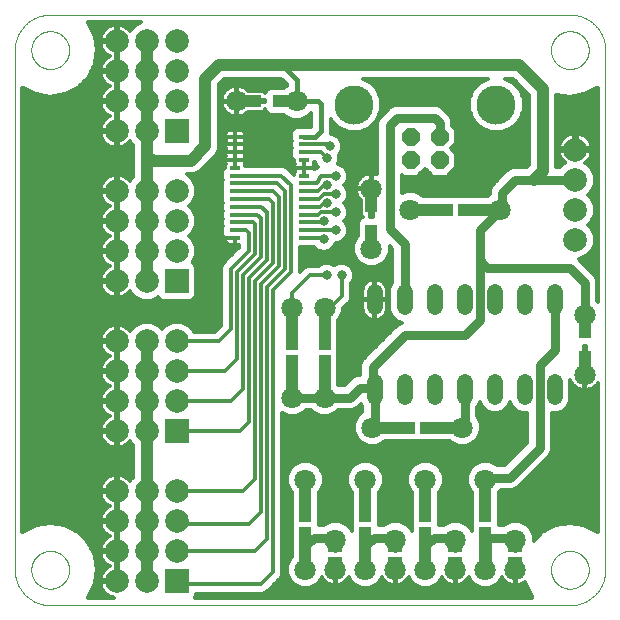
<source format=gtl>
G75*
%MOIN*%
%OFA0B0*%
%FSLAX25Y25*%
%IPPOS*%
%LPD*%
%AMOC8*
5,1,8,0,0,1.08239X$1,22.5*
%
%ADD10C,0.00000*%
%ADD11R,0.03937X0.10236*%
%ADD12C,0.07087*%
%ADD13C,0.05200*%
%ADD14R,0.12598X0.03937*%
%ADD15OC8,0.05740*%
%ADD16C,0.13055*%
%ADD17R,0.03937X0.12598*%
%ADD18R,0.04724X0.03150*%
%ADD19C,0.07874*%
%ADD20R,0.07874X0.07874*%
%ADD21R,0.03543X0.01181*%
%ADD22R,0.10236X0.03937*%
%ADD23C,0.03150*%
%ADD24C,0.01600*%
%ADD25C,0.03937*%
%ADD26C,0.01575*%
%ADD27C,0.01181*%
%ADD28C,0.03150*%
D10*
X0004740Y0016551D02*
X0004740Y0189780D01*
X0010252Y0189780D02*
X0010254Y0189938D01*
X0010260Y0190096D01*
X0010270Y0190254D01*
X0010284Y0190412D01*
X0010302Y0190569D01*
X0010323Y0190726D01*
X0010349Y0190882D01*
X0010379Y0191038D01*
X0010412Y0191193D01*
X0010450Y0191346D01*
X0010491Y0191499D01*
X0010536Y0191651D01*
X0010585Y0191802D01*
X0010638Y0191951D01*
X0010694Y0192099D01*
X0010754Y0192245D01*
X0010818Y0192390D01*
X0010886Y0192533D01*
X0010957Y0192675D01*
X0011031Y0192815D01*
X0011109Y0192952D01*
X0011191Y0193088D01*
X0011275Y0193222D01*
X0011364Y0193353D01*
X0011455Y0193482D01*
X0011550Y0193609D01*
X0011647Y0193734D01*
X0011748Y0193856D01*
X0011852Y0193975D01*
X0011959Y0194092D01*
X0012069Y0194206D01*
X0012182Y0194317D01*
X0012297Y0194426D01*
X0012415Y0194531D01*
X0012536Y0194633D01*
X0012659Y0194733D01*
X0012785Y0194829D01*
X0012913Y0194922D01*
X0013043Y0195012D01*
X0013176Y0195098D01*
X0013311Y0195182D01*
X0013447Y0195261D01*
X0013586Y0195338D01*
X0013727Y0195410D01*
X0013869Y0195480D01*
X0014013Y0195545D01*
X0014159Y0195607D01*
X0014306Y0195665D01*
X0014455Y0195720D01*
X0014605Y0195771D01*
X0014756Y0195818D01*
X0014908Y0195861D01*
X0015061Y0195900D01*
X0015216Y0195936D01*
X0015371Y0195967D01*
X0015527Y0195995D01*
X0015683Y0196019D01*
X0015840Y0196039D01*
X0015998Y0196055D01*
X0016155Y0196067D01*
X0016314Y0196075D01*
X0016472Y0196079D01*
X0016630Y0196079D01*
X0016788Y0196075D01*
X0016947Y0196067D01*
X0017104Y0196055D01*
X0017262Y0196039D01*
X0017419Y0196019D01*
X0017575Y0195995D01*
X0017731Y0195967D01*
X0017886Y0195936D01*
X0018041Y0195900D01*
X0018194Y0195861D01*
X0018346Y0195818D01*
X0018497Y0195771D01*
X0018647Y0195720D01*
X0018796Y0195665D01*
X0018943Y0195607D01*
X0019089Y0195545D01*
X0019233Y0195480D01*
X0019375Y0195410D01*
X0019516Y0195338D01*
X0019655Y0195261D01*
X0019791Y0195182D01*
X0019926Y0195098D01*
X0020059Y0195012D01*
X0020189Y0194922D01*
X0020317Y0194829D01*
X0020443Y0194733D01*
X0020566Y0194633D01*
X0020687Y0194531D01*
X0020805Y0194426D01*
X0020920Y0194317D01*
X0021033Y0194206D01*
X0021143Y0194092D01*
X0021250Y0193975D01*
X0021354Y0193856D01*
X0021455Y0193734D01*
X0021552Y0193609D01*
X0021647Y0193482D01*
X0021738Y0193353D01*
X0021827Y0193222D01*
X0021911Y0193088D01*
X0021993Y0192952D01*
X0022071Y0192815D01*
X0022145Y0192675D01*
X0022216Y0192533D01*
X0022284Y0192390D01*
X0022348Y0192245D01*
X0022408Y0192099D01*
X0022464Y0191951D01*
X0022517Y0191802D01*
X0022566Y0191651D01*
X0022611Y0191499D01*
X0022652Y0191346D01*
X0022690Y0191193D01*
X0022723Y0191038D01*
X0022753Y0190882D01*
X0022779Y0190726D01*
X0022800Y0190569D01*
X0022818Y0190412D01*
X0022832Y0190254D01*
X0022842Y0190096D01*
X0022848Y0189938D01*
X0022850Y0189780D01*
X0022848Y0189622D01*
X0022842Y0189464D01*
X0022832Y0189306D01*
X0022818Y0189148D01*
X0022800Y0188991D01*
X0022779Y0188834D01*
X0022753Y0188678D01*
X0022723Y0188522D01*
X0022690Y0188367D01*
X0022652Y0188214D01*
X0022611Y0188061D01*
X0022566Y0187909D01*
X0022517Y0187758D01*
X0022464Y0187609D01*
X0022408Y0187461D01*
X0022348Y0187315D01*
X0022284Y0187170D01*
X0022216Y0187027D01*
X0022145Y0186885D01*
X0022071Y0186745D01*
X0021993Y0186608D01*
X0021911Y0186472D01*
X0021827Y0186338D01*
X0021738Y0186207D01*
X0021647Y0186078D01*
X0021552Y0185951D01*
X0021455Y0185826D01*
X0021354Y0185704D01*
X0021250Y0185585D01*
X0021143Y0185468D01*
X0021033Y0185354D01*
X0020920Y0185243D01*
X0020805Y0185134D01*
X0020687Y0185029D01*
X0020566Y0184927D01*
X0020443Y0184827D01*
X0020317Y0184731D01*
X0020189Y0184638D01*
X0020059Y0184548D01*
X0019926Y0184462D01*
X0019791Y0184378D01*
X0019655Y0184299D01*
X0019516Y0184222D01*
X0019375Y0184150D01*
X0019233Y0184080D01*
X0019089Y0184015D01*
X0018943Y0183953D01*
X0018796Y0183895D01*
X0018647Y0183840D01*
X0018497Y0183789D01*
X0018346Y0183742D01*
X0018194Y0183699D01*
X0018041Y0183660D01*
X0017886Y0183624D01*
X0017731Y0183593D01*
X0017575Y0183565D01*
X0017419Y0183541D01*
X0017262Y0183521D01*
X0017104Y0183505D01*
X0016947Y0183493D01*
X0016788Y0183485D01*
X0016630Y0183481D01*
X0016472Y0183481D01*
X0016314Y0183485D01*
X0016155Y0183493D01*
X0015998Y0183505D01*
X0015840Y0183521D01*
X0015683Y0183541D01*
X0015527Y0183565D01*
X0015371Y0183593D01*
X0015216Y0183624D01*
X0015061Y0183660D01*
X0014908Y0183699D01*
X0014756Y0183742D01*
X0014605Y0183789D01*
X0014455Y0183840D01*
X0014306Y0183895D01*
X0014159Y0183953D01*
X0014013Y0184015D01*
X0013869Y0184080D01*
X0013727Y0184150D01*
X0013586Y0184222D01*
X0013447Y0184299D01*
X0013311Y0184378D01*
X0013176Y0184462D01*
X0013043Y0184548D01*
X0012913Y0184638D01*
X0012785Y0184731D01*
X0012659Y0184827D01*
X0012536Y0184927D01*
X0012415Y0185029D01*
X0012297Y0185134D01*
X0012182Y0185243D01*
X0012069Y0185354D01*
X0011959Y0185468D01*
X0011852Y0185585D01*
X0011748Y0185704D01*
X0011647Y0185826D01*
X0011550Y0185951D01*
X0011455Y0186078D01*
X0011364Y0186207D01*
X0011275Y0186338D01*
X0011191Y0186472D01*
X0011109Y0186608D01*
X0011031Y0186745D01*
X0010957Y0186885D01*
X0010886Y0187027D01*
X0010818Y0187170D01*
X0010754Y0187315D01*
X0010694Y0187461D01*
X0010638Y0187609D01*
X0010585Y0187758D01*
X0010536Y0187909D01*
X0010491Y0188061D01*
X0010450Y0188214D01*
X0010412Y0188367D01*
X0010379Y0188522D01*
X0010349Y0188678D01*
X0010323Y0188834D01*
X0010302Y0188991D01*
X0010284Y0189148D01*
X0010270Y0189306D01*
X0010260Y0189464D01*
X0010254Y0189622D01*
X0010252Y0189780D01*
X0004740Y0189780D02*
X0004743Y0190065D01*
X0004754Y0190351D01*
X0004771Y0190636D01*
X0004795Y0190920D01*
X0004826Y0191204D01*
X0004864Y0191487D01*
X0004909Y0191768D01*
X0004960Y0192049D01*
X0005018Y0192329D01*
X0005083Y0192607D01*
X0005155Y0192883D01*
X0005233Y0193157D01*
X0005318Y0193430D01*
X0005410Y0193700D01*
X0005508Y0193968D01*
X0005612Y0194234D01*
X0005723Y0194497D01*
X0005840Y0194757D01*
X0005963Y0195015D01*
X0006093Y0195269D01*
X0006229Y0195520D01*
X0006370Y0195768D01*
X0006518Y0196012D01*
X0006671Y0196253D01*
X0006831Y0196489D01*
X0006996Y0196722D01*
X0007166Y0196951D01*
X0007342Y0197176D01*
X0007524Y0197396D01*
X0007710Y0197612D01*
X0007902Y0197823D01*
X0008099Y0198030D01*
X0008301Y0198232D01*
X0008508Y0198429D01*
X0008719Y0198621D01*
X0008935Y0198807D01*
X0009155Y0198989D01*
X0009380Y0199165D01*
X0009609Y0199335D01*
X0009842Y0199500D01*
X0010078Y0199660D01*
X0010319Y0199813D01*
X0010563Y0199961D01*
X0010811Y0200102D01*
X0011062Y0200238D01*
X0011316Y0200368D01*
X0011574Y0200491D01*
X0011834Y0200608D01*
X0012097Y0200719D01*
X0012363Y0200823D01*
X0012631Y0200921D01*
X0012901Y0201013D01*
X0013174Y0201098D01*
X0013448Y0201176D01*
X0013724Y0201248D01*
X0014002Y0201313D01*
X0014282Y0201371D01*
X0014563Y0201422D01*
X0014844Y0201467D01*
X0015127Y0201505D01*
X0015411Y0201536D01*
X0015695Y0201560D01*
X0015980Y0201577D01*
X0016266Y0201588D01*
X0016551Y0201591D01*
X0189780Y0201591D01*
X0183481Y0189780D02*
X0183483Y0189938D01*
X0183489Y0190096D01*
X0183499Y0190254D01*
X0183513Y0190412D01*
X0183531Y0190569D01*
X0183552Y0190726D01*
X0183578Y0190882D01*
X0183608Y0191038D01*
X0183641Y0191193D01*
X0183679Y0191346D01*
X0183720Y0191499D01*
X0183765Y0191651D01*
X0183814Y0191802D01*
X0183867Y0191951D01*
X0183923Y0192099D01*
X0183983Y0192245D01*
X0184047Y0192390D01*
X0184115Y0192533D01*
X0184186Y0192675D01*
X0184260Y0192815D01*
X0184338Y0192952D01*
X0184420Y0193088D01*
X0184504Y0193222D01*
X0184593Y0193353D01*
X0184684Y0193482D01*
X0184779Y0193609D01*
X0184876Y0193734D01*
X0184977Y0193856D01*
X0185081Y0193975D01*
X0185188Y0194092D01*
X0185298Y0194206D01*
X0185411Y0194317D01*
X0185526Y0194426D01*
X0185644Y0194531D01*
X0185765Y0194633D01*
X0185888Y0194733D01*
X0186014Y0194829D01*
X0186142Y0194922D01*
X0186272Y0195012D01*
X0186405Y0195098D01*
X0186540Y0195182D01*
X0186676Y0195261D01*
X0186815Y0195338D01*
X0186956Y0195410D01*
X0187098Y0195480D01*
X0187242Y0195545D01*
X0187388Y0195607D01*
X0187535Y0195665D01*
X0187684Y0195720D01*
X0187834Y0195771D01*
X0187985Y0195818D01*
X0188137Y0195861D01*
X0188290Y0195900D01*
X0188445Y0195936D01*
X0188600Y0195967D01*
X0188756Y0195995D01*
X0188912Y0196019D01*
X0189069Y0196039D01*
X0189227Y0196055D01*
X0189384Y0196067D01*
X0189543Y0196075D01*
X0189701Y0196079D01*
X0189859Y0196079D01*
X0190017Y0196075D01*
X0190176Y0196067D01*
X0190333Y0196055D01*
X0190491Y0196039D01*
X0190648Y0196019D01*
X0190804Y0195995D01*
X0190960Y0195967D01*
X0191115Y0195936D01*
X0191270Y0195900D01*
X0191423Y0195861D01*
X0191575Y0195818D01*
X0191726Y0195771D01*
X0191876Y0195720D01*
X0192025Y0195665D01*
X0192172Y0195607D01*
X0192318Y0195545D01*
X0192462Y0195480D01*
X0192604Y0195410D01*
X0192745Y0195338D01*
X0192884Y0195261D01*
X0193020Y0195182D01*
X0193155Y0195098D01*
X0193288Y0195012D01*
X0193418Y0194922D01*
X0193546Y0194829D01*
X0193672Y0194733D01*
X0193795Y0194633D01*
X0193916Y0194531D01*
X0194034Y0194426D01*
X0194149Y0194317D01*
X0194262Y0194206D01*
X0194372Y0194092D01*
X0194479Y0193975D01*
X0194583Y0193856D01*
X0194684Y0193734D01*
X0194781Y0193609D01*
X0194876Y0193482D01*
X0194967Y0193353D01*
X0195056Y0193222D01*
X0195140Y0193088D01*
X0195222Y0192952D01*
X0195300Y0192815D01*
X0195374Y0192675D01*
X0195445Y0192533D01*
X0195513Y0192390D01*
X0195577Y0192245D01*
X0195637Y0192099D01*
X0195693Y0191951D01*
X0195746Y0191802D01*
X0195795Y0191651D01*
X0195840Y0191499D01*
X0195881Y0191346D01*
X0195919Y0191193D01*
X0195952Y0191038D01*
X0195982Y0190882D01*
X0196008Y0190726D01*
X0196029Y0190569D01*
X0196047Y0190412D01*
X0196061Y0190254D01*
X0196071Y0190096D01*
X0196077Y0189938D01*
X0196079Y0189780D01*
X0196077Y0189622D01*
X0196071Y0189464D01*
X0196061Y0189306D01*
X0196047Y0189148D01*
X0196029Y0188991D01*
X0196008Y0188834D01*
X0195982Y0188678D01*
X0195952Y0188522D01*
X0195919Y0188367D01*
X0195881Y0188214D01*
X0195840Y0188061D01*
X0195795Y0187909D01*
X0195746Y0187758D01*
X0195693Y0187609D01*
X0195637Y0187461D01*
X0195577Y0187315D01*
X0195513Y0187170D01*
X0195445Y0187027D01*
X0195374Y0186885D01*
X0195300Y0186745D01*
X0195222Y0186608D01*
X0195140Y0186472D01*
X0195056Y0186338D01*
X0194967Y0186207D01*
X0194876Y0186078D01*
X0194781Y0185951D01*
X0194684Y0185826D01*
X0194583Y0185704D01*
X0194479Y0185585D01*
X0194372Y0185468D01*
X0194262Y0185354D01*
X0194149Y0185243D01*
X0194034Y0185134D01*
X0193916Y0185029D01*
X0193795Y0184927D01*
X0193672Y0184827D01*
X0193546Y0184731D01*
X0193418Y0184638D01*
X0193288Y0184548D01*
X0193155Y0184462D01*
X0193020Y0184378D01*
X0192884Y0184299D01*
X0192745Y0184222D01*
X0192604Y0184150D01*
X0192462Y0184080D01*
X0192318Y0184015D01*
X0192172Y0183953D01*
X0192025Y0183895D01*
X0191876Y0183840D01*
X0191726Y0183789D01*
X0191575Y0183742D01*
X0191423Y0183699D01*
X0191270Y0183660D01*
X0191115Y0183624D01*
X0190960Y0183593D01*
X0190804Y0183565D01*
X0190648Y0183541D01*
X0190491Y0183521D01*
X0190333Y0183505D01*
X0190176Y0183493D01*
X0190017Y0183485D01*
X0189859Y0183481D01*
X0189701Y0183481D01*
X0189543Y0183485D01*
X0189384Y0183493D01*
X0189227Y0183505D01*
X0189069Y0183521D01*
X0188912Y0183541D01*
X0188756Y0183565D01*
X0188600Y0183593D01*
X0188445Y0183624D01*
X0188290Y0183660D01*
X0188137Y0183699D01*
X0187985Y0183742D01*
X0187834Y0183789D01*
X0187684Y0183840D01*
X0187535Y0183895D01*
X0187388Y0183953D01*
X0187242Y0184015D01*
X0187098Y0184080D01*
X0186956Y0184150D01*
X0186815Y0184222D01*
X0186676Y0184299D01*
X0186540Y0184378D01*
X0186405Y0184462D01*
X0186272Y0184548D01*
X0186142Y0184638D01*
X0186014Y0184731D01*
X0185888Y0184827D01*
X0185765Y0184927D01*
X0185644Y0185029D01*
X0185526Y0185134D01*
X0185411Y0185243D01*
X0185298Y0185354D01*
X0185188Y0185468D01*
X0185081Y0185585D01*
X0184977Y0185704D01*
X0184876Y0185826D01*
X0184779Y0185951D01*
X0184684Y0186078D01*
X0184593Y0186207D01*
X0184504Y0186338D01*
X0184420Y0186472D01*
X0184338Y0186608D01*
X0184260Y0186745D01*
X0184186Y0186885D01*
X0184115Y0187027D01*
X0184047Y0187170D01*
X0183983Y0187315D01*
X0183923Y0187461D01*
X0183867Y0187609D01*
X0183814Y0187758D01*
X0183765Y0187909D01*
X0183720Y0188061D01*
X0183679Y0188214D01*
X0183641Y0188367D01*
X0183608Y0188522D01*
X0183578Y0188678D01*
X0183552Y0188834D01*
X0183531Y0188991D01*
X0183513Y0189148D01*
X0183499Y0189306D01*
X0183489Y0189464D01*
X0183483Y0189622D01*
X0183481Y0189780D01*
X0189780Y0201591D02*
X0190065Y0201588D01*
X0190351Y0201577D01*
X0190636Y0201560D01*
X0190920Y0201536D01*
X0191204Y0201505D01*
X0191487Y0201467D01*
X0191768Y0201422D01*
X0192049Y0201371D01*
X0192329Y0201313D01*
X0192607Y0201248D01*
X0192883Y0201176D01*
X0193157Y0201098D01*
X0193430Y0201013D01*
X0193700Y0200921D01*
X0193968Y0200823D01*
X0194234Y0200719D01*
X0194497Y0200608D01*
X0194757Y0200491D01*
X0195015Y0200368D01*
X0195269Y0200238D01*
X0195520Y0200102D01*
X0195768Y0199961D01*
X0196012Y0199813D01*
X0196253Y0199660D01*
X0196489Y0199500D01*
X0196722Y0199335D01*
X0196951Y0199165D01*
X0197176Y0198989D01*
X0197396Y0198807D01*
X0197612Y0198621D01*
X0197823Y0198429D01*
X0198030Y0198232D01*
X0198232Y0198030D01*
X0198429Y0197823D01*
X0198621Y0197612D01*
X0198807Y0197396D01*
X0198989Y0197176D01*
X0199165Y0196951D01*
X0199335Y0196722D01*
X0199500Y0196489D01*
X0199660Y0196253D01*
X0199813Y0196012D01*
X0199961Y0195768D01*
X0200102Y0195520D01*
X0200238Y0195269D01*
X0200368Y0195015D01*
X0200491Y0194757D01*
X0200608Y0194497D01*
X0200719Y0194234D01*
X0200823Y0193968D01*
X0200921Y0193700D01*
X0201013Y0193430D01*
X0201098Y0193157D01*
X0201176Y0192883D01*
X0201248Y0192607D01*
X0201313Y0192329D01*
X0201371Y0192049D01*
X0201422Y0191768D01*
X0201467Y0191487D01*
X0201505Y0191204D01*
X0201536Y0190920D01*
X0201560Y0190636D01*
X0201577Y0190351D01*
X0201588Y0190065D01*
X0201591Y0189780D01*
X0201591Y0016551D01*
X0183481Y0016551D02*
X0183483Y0016709D01*
X0183489Y0016867D01*
X0183499Y0017025D01*
X0183513Y0017183D01*
X0183531Y0017340D01*
X0183552Y0017497D01*
X0183578Y0017653D01*
X0183608Y0017809D01*
X0183641Y0017964D01*
X0183679Y0018117D01*
X0183720Y0018270D01*
X0183765Y0018422D01*
X0183814Y0018573D01*
X0183867Y0018722D01*
X0183923Y0018870D01*
X0183983Y0019016D01*
X0184047Y0019161D01*
X0184115Y0019304D01*
X0184186Y0019446D01*
X0184260Y0019586D01*
X0184338Y0019723D01*
X0184420Y0019859D01*
X0184504Y0019993D01*
X0184593Y0020124D01*
X0184684Y0020253D01*
X0184779Y0020380D01*
X0184876Y0020505D01*
X0184977Y0020627D01*
X0185081Y0020746D01*
X0185188Y0020863D01*
X0185298Y0020977D01*
X0185411Y0021088D01*
X0185526Y0021197D01*
X0185644Y0021302D01*
X0185765Y0021404D01*
X0185888Y0021504D01*
X0186014Y0021600D01*
X0186142Y0021693D01*
X0186272Y0021783D01*
X0186405Y0021869D01*
X0186540Y0021953D01*
X0186676Y0022032D01*
X0186815Y0022109D01*
X0186956Y0022181D01*
X0187098Y0022251D01*
X0187242Y0022316D01*
X0187388Y0022378D01*
X0187535Y0022436D01*
X0187684Y0022491D01*
X0187834Y0022542D01*
X0187985Y0022589D01*
X0188137Y0022632D01*
X0188290Y0022671D01*
X0188445Y0022707D01*
X0188600Y0022738D01*
X0188756Y0022766D01*
X0188912Y0022790D01*
X0189069Y0022810D01*
X0189227Y0022826D01*
X0189384Y0022838D01*
X0189543Y0022846D01*
X0189701Y0022850D01*
X0189859Y0022850D01*
X0190017Y0022846D01*
X0190176Y0022838D01*
X0190333Y0022826D01*
X0190491Y0022810D01*
X0190648Y0022790D01*
X0190804Y0022766D01*
X0190960Y0022738D01*
X0191115Y0022707D01*
X0191270Y0022671D01*
X0191423Y0022632D01*
X0191575Y0022589D01*
X0191726Y0022542D01*
X0191876Y0022491D01*
X0192025Y0022436D01*
X0192172Y0022378D01*
X0192318Y0022316D01*
X0192462Y0022251D01*
X0192604Y0022181D01*
X0192745Y0022109D01*
X0192884Y0022032D01*
X0193020Y0021953D01*
X0193155Y0021869D01*
X0193288Y0021783D01*
X0193418Y0021693D01*
X0193546Y0021600D01*
X0193672Y0021504D01*
X0193795Y0021404D01*
X0193916Y0021302D01*
X0194034Y0021197D01*
X0194149Y0021088D01*
X0194262Y0020977D01*
X0194372Y0020863D01*
X0194479Y0020746D01*
X0194583Y0020627D01*
X0194684Y0020505D01*
X0194781Y0020380D01*
X0194876Y0020253D01*
X0194967Y0020124D01*
X0195056Y0019993D01*
X0195140Y0019859D01*
X0195222Y0019723D01*
X0195300Y0019586D01*
X0195374Y0019446D01*
X0195445Y0019304D01*
X0195513Y0019161D01*
X0195577Y0019016D01*
X0195637Y0018870D01*
X0195693Y0018722D01*
X0195746Y0018573D01*
X0195795Y0018422D01*
X0195840Y0018270D01*
X0195881Y0018117D01*
X0195919Y0017964D01*
X0195952Y0017809D01*
X0195982Y0017653D01*
X0196008Y0017497D01*
X0196029Y0017340D01*
X0196047Y0017183D01*
X0196061Y0017025D01*
X0196071Y0016867D01*
X0196077Y0016709D01*
X0196079Y0016551D01*
X0196077Y0016393D01*
X0196071Y0016235D01*
X0196061Y0016077D01*
X0196047Y0015919D01*
X0196029Y0015762D01*
X0196008Y0015605D01*
X0195982Y0015449D01*
X0195952Y0015293D01*
X0195919Y0015138D01*
X0195881Y0014985D01*
X0195840Y0014832D01*
X0195795Y0014680D01*
X0195746Y0014529D01*
X0195693Y0014380D01*
X0195637Y0014232D01*
X0195577Y0014086D01*
X0195513Y0013941D01*
X0195445Y0013798D01*
X0195374Y0013656D01*
X0195300Y0013516D01*
X0195222Y0013379D01*
X0195140Y0013243D01*
X0195056Y0013109D01*
X0194967Y0012978D01*
X0194876Y0012849D01*
X0194781Y0012722D01*
X0194684Y0012597D01*
X0194583Y0012475D01*
X0194479Y0012356D01*
X0194372Y0012239D01*
X0194262Y0012125D01*
X0194149Y0012014D01*
X0194034Y0011905D01*
X0193916Y0011800D01*
X0193795Y0011698D01*
X0193672Y0011598D01*
X0193546Y0011502D01*
X0193418Y0011409D01*
X0193288Y0011319D01*
X0193155Y0011233D01*
X0193020Y0011149D01*
X0192884Y0011070D01*
X0192745Y0010993D01*
X0192604Y0010921D01*
X0192462Y0010851D01*
X0192318Y0010786D01*
X0192172Y0010724D01*
X0192025Y0010666D01*
X0191876Y0010611D01*
X0191726Y0010560D01*
X0191575Y0010513D01*
X0191423Y0010470D01*
X0191270Y0010431D01*
X0191115Y0010395D01*
X0190960Y0010364D01*
X0190804Y0010336D01*
X0190648Y0010312D01*
X0190491Y0010292D01*
X0190333Y0010276D01*
X0190176Y0010264D01*
X0190017Y0010256D01*
X0189859Y0010252D01*
X0189701Y0010252D01*
X0189543Y0010256D01*
X0189384Y0010264D01*
X0189227Y0010276D01*
X0189069Y0010292D01*
X0188912Y0010312D01*
X0188756Y0010336D01*
X0188600Y0010364D01*
X0188445Y0010395D01*
X0188290Y0010431D01*
X0188137Y0010470D01*
X0187985Y0010513D01*
X0187834Y0010560D01*
X0187684Y0010611D01*
X0187535Y0010666D01*
X0187388Y0010724D01*
X0187242Y0010786D01*
X0187098Y0010851D01*
X0186956Y0010921D01*
X0186815Y0010993D01*
X0186676Y0011070D01*
X0186540Y0011149D01*
X0186405Y0011233D01*
X0186272Y0011319D01*
X0186142Y0011409D01*
X0186014Y0011502D01*
X0185888Y0011598D01*
X0185765Y0011698D01*
X0185644Y0011800D01*
X0185526Y0011905D01*
X0185411Y0012014D01*
X0185298Y0012125D01*
X0185188Y0012239D01*
X0185081Y0012356D01*
X0184977Y0012475D01*
X0184876Y0012597D01*
X0184779Y0012722D01*
X0184684Y0012849D01*
X0184593Y0012978D01*
X0184504Y0013109D01*
X0184420Y0013243D01*
X0184338Y0013379D01*
X0184260Y0013516D01*
X0184186Y0013656D01*
X0184115Y0013798D01*
X0184047Y0013941D01*
X0183983Y0014086D01*
X0183923Y0014232D01*
X0183867Y0014380D01*
X0183814Y0014529D01*
X0183765Y0014680D01*
X0183720Y0014832D01*
X0183679Y0014985D01*
X0183641Y0015138D01*
X0183608Y0015293D01*
X0183578Y0015449D01*
X0183552Y0015605D01*
X0183531Y0015762D01*
X0183513Y0015919D01*
X0183499Y0016077D01*
X0183489Y0016235D01*
X0183483Y0016393D01*
X0183481Y0016551D01*
X0189780Y0004740D02*
X0190065Y0004743D01*
X0190351Y0004754D01*
X0190636Y0004771D01*
X0190920Y0004795D01*
X0191204Y0004826D01*
X0191487Y0004864D01*
X0191768Y0004909D01*
X0192049Y0004960D01*
X0192329Y0005018D01*
X0192607Y0005083D01*
X0192883Y0005155D01*
X0193157Y0005233D01*
X0193430Y0005318D01*
X0193700Y0005410D01*
X0193968Y0005508D01*
X0194234Y0005612D01*
X0194497Y0005723D01*
X0194757Y0005840D01*
X0195015Y0005963D01*
X0195269Y0006093D01*
X0195520Y0006229D01*
X0195768Y0006370D01*
X0196012Y0006518D01*
X0196253Y0006671D01*
X0196489Y0006831D01*
X0196722Y0006996D01*
X0196951Y0007166D01*
X0197176Y0007342D01*
X0197396Y0007524D01*
X0197612Y0007710D01*
X0197823Y0007902D01*
X0198030Y0008099D01*
X0198232Y0008301D01*
X0198429Y0008508D01*
X0198621Y0008719D01*
X0198807Y0008935D01*
X0198989Y0009155D01*
X0199165Y0009380D01*
X0199335Y0009609D01*
X0199500Y0009842D01*
X0199660Y0010078D01*
X0199813Y0010319D01*
X0199961Y0010563D01*
X0200102Y0010811D01*
X0200238Y0011062D01*
X0200368Y0011316D01*
X0200491Y0011574D01*
X0200608Y0011834D01*
X0200719Y0012097D01*
X0200823Y0012363D01*
X0200921Y0012631D01*
X0201013Y0012901D01*
X0201098Y0013174D01*
X0201176Y0013448D01*
X0201248Y0013724D01*
X0201313Y0014002D01*
X0201371Y0014282D01*
X0201422Y0014563D01*
X0201467Y0014844D01*
X0201505Y0015127D01*
X0201536Y0015411D01*
X0201560Y0015695D01*
X0201577Y0015980D01*
X0201588Y0016266D01*
X0201591Y0016551D01*
X0189780Y0004740D02*
X0016551Y0004740D01*
X0010252Y0016551D02*
X0010254Y0016709D01*
X0010260Y0016867D01*
X0010270Y0017025D01*
X0010284Y0017183D01*
X0010302Y0017340D01*
X0010323Y0017497D01*
X0010349Y0017653D01*
X0010379Y0017809D01*
X0010412Y0017964D01*
X0010450Y0018117D01*
X0010491Y0018270D01*
X0010536Y0018422D01*
X0010585Y0018573D01*
X0010638Y0018722D01*
X0010694Y0018870D01*
X0010754Y0019016D01*
X0010818Y0019161D01*
X0010886Y0019304D01*
X0010957Y0019446D01*
X0011031Y0019586D01*
X0011109Y0019723D01*
X0011191Y0019859D01*
X0011275Y0019993D01*
X0011364Y0020124D01*
X0011455Y0020253D01*
X0011550Y0020380D01*
X0011647Y0020505D01*
X0011748Y0020627D01*
X0011852Y0020746D01*
X0011959Y0020863D01*
X0012069Y0020977D01*
X0012182Y0021088D01*
X0012297Y0021197D01*
X0012415Y0021302D01*
X0012536Y0021404D01*
X0012659Y0021504D01*
X0012785Y0021600D01*
X0012913Y0021693D01*
X0013043Y0021783D01*
X0013176Y0021869D01*
X0013311Y0021953D01*
X0013447Y0022032D01*
X0013586Y0022109D01*
X0013727Y0022181D01*
X0013869Y0022251D01*
X0014013Y0022316D01*
X0014159Y0022378D01*
X0014306Y0022436D01*
X0014455Y0022491D01*
X0014605Y0022542D01*
X0014756Y0022589D01*
X0014908Y0022632D01*
X0015061Y0022671D01*
X0015216Y0022707D01*
X0015371Y0022738D01*
X0015527Y0022766D01*
X0015683Y0022790D01*
X0015840Y0022810D01*
X0015998Y0022826D01*
X0016155Y0022838D01*
X0016314Y0022846D01*
X0016472Y0022850D01*
X0016630Y0022850D01*
X0016788Y0022846D01*
X0016947Y0022838D01*
X0017104Y0022826D01*
X0017262Y0022810D01*
X0017419Y0022790D01*
X0017575Y0022766D01*
X0017731Y0022738D01*
X0017886Y0022707D01*
X0018041Y0022671D01*
X0018194Y0022632D01*
X0018346Y0022589D01*
X0018497Y0022542D01*
X0018647Y0022491D01*
X0018796Y0022436D01*
X0018943Y0022378D01*
X0019089Y0022316D01*
X0019233Y0022251D01*
X0019375Y0022181D01*
X0019516Y0022109D01*
X0019655Y0022032D01*
X0019791Y0021953D01*
X0019926Y0021869D01*
X0020059Y0021783D01*
X0020189Y0021693D01*
X0020317Y0021600D01*
X0020443Y0021504D01*
X0020566Y0021404D01*
X0020687Y0021302D01*
X0020805Y0021197D01*
X0020920Y0021088D01*
X0021033Y0020977D01*
X0021143Y0020863D01*
X0021250Y0020746D01*
X0021354Y0020627D01*
X0021455Y0020505D01*
X0021552Y0020380D01*
X0021647Y0020253D01*
X0021738Y0020124D01*
X0021827Y0019993D01*
X0021911Y0019859D01*
X0021993Y0019723D01*
X0022071Y0019586D01*
X0022145Y0019446D01*
X0022216Y0019304D01*
X0022284Y0019161D01*
X0022348Y0019016D01*
X0022408Y0018870D01*
X0022464Y0018722D01*
X0022517Y0018573D01*
X0022566Y0018422D01*
X0022611Y0018270D01*
X0022652Y0018117D01*
X0022690Y0017964D01*
X0022723Y0017809D01*
X0022753Y0017653D01*
X0022779Y0017497D01*
X0022800Y0017340D01*
X0022818Y0017183D01*
X0022832Y0017025D01*
X0022842Y0016867D01*
X0022848Y0016709D01*
X0022850Y0016551D01*
X0022848Y0016393D01*
X0022842Y0016235D01*
X0022832Y0016077D01*
X0022818Y0015919D01*
X0022800Y0015762D01*
X0022779Y0015605D01*
X0022753Y0015449D01*
X0022723Y0015293D01*
X0022690Y0015138D01*
X0022652Y0014985D01*
X0022611Y0014832D01*
X0022566Y0014680D01*
X0022517Y0014529D01*
X0022464Y0014380D01*
X0022408Y0014232D01*
X0022348Y0014086D01*
X0022284Y0013941D01*
X0022216Y0013798D01*
X0022145Y0013656D01*
X0022071Y0013516D01*
X0021993Y0013379D01*
X0021911Y0013243D01*
X0021827Y0013109D01*
X0021738Y0012978D01*
X0021647Y0012849D01*
X0021552Y0012722D01*
X0021455Y0012597D01*
X0021354Y0012475D01*
X0021250Y0012356D01*
X0021143Y0012239D01*
X0021033Y0012125D01*
X0020920Y0012014D01*
X0020805Y0011905D01*
X0020687Y0011800D01*
X0020566Y0011698D01*
X0020443Y0011598D01*
X0020317Y0011502D01*
X0020189Y0011409D01*
X0020059Y0011319D01*
X0019926Y0011233D01*
X0019791Y0011149D01*
X0019655Y0011070D01*
X0019516Y0010993D01*
X0019375Y0010921D01*
X0019233Y0010851D01*
X0019089Y0010786D01*
X0018943Y0010724D01*
X0018796Y0010666D01*
X0018647Y0010611D01*
X0018497Y0010560D01*
X0018346Y0010513D01*
X0018194Y0010470D01*
X0018041Y0010431D01*
X0017886Y0010395D01*
X0017731Y0010364D01*
X0017575Y0010336D01*
X0017419Y0010312D01*
X0017262Y0010292D01*
X0017104Y0010276D01*
X0016947Y0010264D01*
X0016788Y0010256D01*
X0016630Y0010252D01*
X0016472Y0010252D01*
X0016314Y0010256D01*
X0016155Y0010264D01*
X0015998Y0010276D01*
X0015840Y0010292D01*
X0015683Y0010312D01*
X0015527Y0010336D01*
X0015371Y0010364D01*
X0015216Y0010395D01*
X0015061Y0010431D01*
X0014908Y0010470D01*
X0014756Y0010513D01*
X0014605Y0010560D01*
X0014455Y0010611D01*
X0014306Y0010666D01*
X0014159Y0010724D01*
X0014013Y0010786D01*
X0013869Y0010851D01*
X0013727Y0010921D01*
X0013586Y0010993D01*
X0013447Y0011070D01*
X0013311Y0011149D01*
X0013176Y0011233D01*
X0013043Y0011319D01*
X0012913Y0011409D01*
X0012785Y0011502D01*
X0012659Y0011598D01*
X0012536Y0011698D01*
X0012415Y0011800D01*
X0012297Y0011905D01*
X0012182Y0012014D01*
X0012069Y0012125D01*
X0011959Y0012239D01*
X0011852Y0012356D01*
X0011748Y0012475D01*
X0011647Y0012597D01*
X0011550Y0012722D01*
X0011455Y0012849D01*
X0011364Y0012978D01*
X0011275Y0013109D01*
X0011191Y0013243D01*
X0011109Y0013379D01*
X0011031Y0013516D01*
X0010957Y0013656D01*
X0010886Y0013798D01*
X0010818Y0013941D01*
X0010754Y0014086D01*
X0010694Y0014232D01*
X0010638Y0014380D01*
X0010585Y0014529D01*
X0010536Y0014680D01*
X0010491Y0014832D01*
X0010450Y0014985D01*
X0010412Y0015138D01*
X0010379Y0015293D01*
X0010349Y0015449D01*
X0010323Y0015605D01*
X0010302Y0015762D01*
X0010284Y0015919D01*
X0010270Y0016077D01*
X0010260Y0016235D01*
X0010254Y0016393D01*
X0010252Y0016551D01*
X0004740Y0016551D02*
X0004743Y0016266D01*
X0004754Y0015980D01*
X0004771Y0015695D01*
X0004795Y0015411D01*
X0004826Y0015127D01*
X0004864Y0014844D01*
X0004909Y0014563D01*
X0004960Y0014282D01*
X0005018Y0014002D01*
X0005083Y0013724D01*
X0005155Y0013448D01*
X0005233Y0013174D01*
X0005318Y0012901D01*
X0005410Y0012631D01*
X0005508Y0012363D01*
X0005612Y0012097D01*
X0005723Y0011834D01*
X0005840Y0011574D01*
X0005963Y0011316D01*
X0006093Y0011062D01*
X0006229Y0010811D01*
X0006370Y0010563D01*
X0006518Y0010319D01*
X0006671Y0010078D01*
X0006831Y0009842D01*
X0006996Y0009609D01*
X0007166Y0009380D01*
X0007342Y0009155D01*
X0007524Y0008935D01*
X0007710Y0008719D01*
X0007902Y0008508D01*
X0008099Y0008301D01*
X0008301Y0008099D01*
X0008508Y0007902D01*
X0008719Y0007710D01*
X0008935Y0007524D01*
X0009155Y0007342D01*
X0009380Y0007166D01*
X0009609Y0006996D01*
X0009842Y0006831D01*
X0010078Y0006671D01*
X0010319Y0006518D01*
X0010563Y0006370D01*
X0010811Y0006229D01*
X0011062Y0006093D01*
X0011316Y0005963D01*
X0011574Y0005840D01*
X0011834Y0005723D01*
X0012097Y0005612D01*
X0012363Y0005508D01*
X0012631Y0005410D01*
X0012901Y0005318D01*
X0013174Y0005233D01*
X0013448Y0005155D01*
X0013724Y0005083D01*
X0014002Y0005018D01*
X0014282Y0004960D01*
X0014563Y0004909D01*
X0014844Y0004864D01*
X0015127Y0004826D01*
X0015411Y0004795D01*
X0015695Y0004771D01*
X0015980Y0004754D01*
X0016266Y0004743D01*
X0016551Y0004740D01*
D11*
X0123591Y0126504D03*
X0123591Y0140677D03*
X0194740Y0098677D03*
X0194740Y0084504D03*
D12*
X0194740Y0081591D03*
X0194740Y0101591D03*
X0166591Y0136591D03*
X0136591Y0136591D03*
X0123591Y0143591D03*
X0123591Y0123591D03*
X0108028Y0103953D03*
X0097240Y0103953D03*
X0097240Y0073953D03*
X0108028Y0073953D03*
X0123953Y0063953D03*
X0121591Y0046591D03*
X0131591Y0026591D03*
X0131591Y0016591D03*
X0141591Y0016591D03*
X0151591Y0016591D03*
X0151591Y0026591D03*
X0161591Y0016591D03*
X0171591Y0016591D03*
X0171591Y0026591D03*
X0161591Y0046591D03*
X0153953Y0063953D03*
X0141591Y0046591D03*
X0121591Y0016591D03*
X0111591Y0016591D03*
X0111591Y0026591D03*
X0101591Y0016591D03*
X0101591Y0046591D03*
X0098740Y0172740D03*
X0078740Y0172740D03*
D13*
X0124740Y0109191D02*
X0124740Y0103991D01*
X0134740Y0103991D02*
X0134740Y0109191D01*
X0144740Y0109191D02*
X0144740Y0103991D01*
X0154740Y0103991D02*
X0154740Y0109191D01*
X0164740Y0109191D02*
X0164740Y0103991D01*
X0174740Y0103991D02*
X0174740Y0109191D01*
X0184740Y0109191D02*
X0184740Y0103991D01*
X0184740Y0079191D02*
X0184740Y0073991D01*
X0174740Y0073991D02*
X0174740Y0079191D01*
X0164740Y0079191D02*
X0164740Y0073991D01*
X0154740Y0073991D02*
X0154740Y0079191D01*
X0144740Y0079191D02*
X0144740Y0073991D01*
X0134740Y0073991D02*
X0134740Y0079191D01*
X0124740Y0079191D02*
X0124740Y0073991D01*
D14*
X0131866Y0063953D03*
X0146039Y0063953D03*
X0144504Y0136591D03*
X0158677Y0136591D03*
D15*
X0146512Y0153047D03*
X0146512Y0160921D03*
X0136669Y0160921D03*
X0136669Y0153047D03*
D16*
X0117890Y0171591D03*
X0165291Y0171591D03*
D17*
X0108028Y0096039D03*
X0097240Y0096039D03*
X0097240Y0081866D03*
X0108028Y0081866D03*
X0101591Y0038677D03*
X0101591Y0024504D03*
X0121591Y0024504D03*
X0121591Y0038677D03*
X0141591Y0038677D03*
X0141591Y0024504D03*
X0161591Y0024504D03*
X0161591Y0038677D03*
D18*
X0171591Y0023677D03*
X0171591Y0019504D03*
X0151591Y0019504D03*
X0151591Y0023677D03*
X0131591Y0023677D03*
X0131591Y0019504D03*
X0111591Y0019504D03*
X0111591Y0023677D03*
D19*
X0058740Y0022740D03*
X0048740Y0022740D03*
X0048740Y0012740D03*
X0038740Y0012740D03*
X0038740Y0022740D03*
X0038740Y0032740D03*
X0038740Y0042740D03*
X0048740Y0042740D03*
X0048740Y0032740D03*
X0058740Y0032740D03*
X0058740Y0042740D03*
X0048740Y0062740D03*
X0038740Y0062740D03*
X0038740Y0072740D03*
X0038740Y0082740D03*
X0038740Y0092740D03*
X0048740Y0092740D03*
X0048740Y0082740D03*
X0048740Y0072740D03*
X0058740Y0072740D03*
X0058740Y0082740D03*
X0058740Y0092740D03*
X0048740Y0112740D03*
X0038740Y0112740D03*
X0038740Y0122740D03*
X0038740Y0132740D03*
X0038740Y0142740D03*
X0048740Y0142740D03*
X0048740Y0132740D03*
X0048740Y0122740D03*
X0058740Y0122740D03*
X0058740Y0132740D03*
X0058740Y0142740D03*
X0048740Y0162740D03*
X0038740Y0162740D03*
X0038740Y0172740D03*
X0038740Y0182740D03*
X0038740Y0192740D03*
X0048740Y0192740D03*
X0048740Y0182740D03*
X0048740Y0172740D03*
X0058740Y0172740D03*
X0058740Y0182740D03*
X0058740Y0192740D03*
X0191591Y0156591D03*
X0191591Y0146591D03*
X0191591Y0136591D03*
X0191591Y0126591D03*
D20*
X0058740Y0112740D03*
X0058740Y0062740D03*
X0058740Y0012740D03*
X0058740Y0162740D03*
D21*
X0078240Y0160940D03*
X0078240Y0158340D03*
X0078240Y0155740D03*
X0078240Y0153140D03*
X0078240Y0150540D03*
X0078240Y0147940D03*
X0078240Y0145340D03*
X0078217Y0142740D03*
X0078240Y0140140D03*
X0078240Y0137540D03*
X0078240Y0134940D03*
X0078240Y0132340D03*
X0078240Y0129740D03*
X0078240Y0127140D03*
X0101240Y0127140D03*
X0101240Y0129740D03*
X0101240Y0132340D03*
X0101240Y0134940D03*
X0101240Y0137540D03*
X0101240Y0140140D03*
X0101264Y0142740D03*
X0101240Y0145340D03*
X0101240Y0147940D03*
X0101240Y0150540D03*
X0101240Y0153140D03*
X0101240Y0155740D03*
X0101240Y0158340D03*
X0101240Y0160940D03*
D22*
X0095827Y0172740D03*
X0081654Y0172740D03*
D23*
X0129740Y0164740D02*
X0129740Y0130240D01*
X0134740Y0125240D01*
X0134740Y0106591D01*
X0134740Y0094740D02*
X0154740Y0094740D01*
X0159740Y0099740D01*
X0159740Y0119740D01*
X0162240Y0117240D01*
X0189740Y0117240D01*
X0194740Y0112240D01*
X0194740Y0101591D01*
X0194740Y0098677D01*
X0184740Y0106591D02*
X0184740Y0089740D01*
X0179740Y0084740D01*
X0179740Y0057240D01*
X0169740Y0047240D01*
X0162240Y0047240D01*
X0161591Y0046591D01*
X0153953Y0063953D02*
X0154740Y0064740D01*
X0154740Y0076591D01*
X0134740Y0094740D02*
X0124091Y0084091D01*
X0124091Y0077240D01*
X0124740Y0076591D01*
X0124740Y0064740D01*
X0123953Y0063953D01*
X0116453Y0073953D02*
X0119740Y0077240D01*
X0124091Y0077240D01*
X0116453Y0073953D02*
X0108028Y0073953D01*
X0097240Y0073953D01*
X0104327Y0027240D02*
X0101591Y0024504D01*
X0101591Y0016591D01*
X0104327Y0027240D02*
X0112240Y0027240D01*
X0111591Y0026591D01*
X0111591Y0023677D01*
X0121591Y0024504D02*
X0121591Y0016591D01*
X0121591Y0024504D02*
X0124327Y0027240D01*
X0132240Y0027240D01*
X0131591Y0026591D01*
X0131591Y0023677D01*
X0141591Y0024504D02*
X0141591Y0020390D01*
X0142240Y0017240D01*
X0141591Y0016591D01*
X0141591Y0024504D02*
X0144327Y0027240D01*
X0152240Y0027240D01*
X0151591Y0026591D01*
X0151591Y0023677D01*
X0161591Y0024504D02*
X0162240Y0023854D01*
X0162240Y0022240D01*
X0162240Y0017240D01*
X0161591Y0016591D01*
X0162240Y0023854D02*
X0162240Y0027240D01*
X0172240Y0027240D01*
X0171591Y0026591D01*
X0171591Y0023677D01*
X0171591Y0019504D02*
X0171591Y0016591D01*
X0159740Y0119740D02*
X0159740Y0129740D01*
X0166591Y0136591D01*
X0167240Y0137240D01*
X0167240Y0142240D01*
X0171591Y0146591D01*
X0177740Y0146591D01*
X0191591Y0146591D01*
X0166591Y0136591D02*
X0158677Y0136591D01*
X0144504Y0136591D02*
X0136591Y0136591D01*
X0146512Y0160921D02*
X0146512Y0165469D01*
X0144740Y0167240D01*
X0132240Y0167240D01*
X0129740Y0164740D01*
D24*
X0123591Y0126504D02*
X0123591Y0123591D01*
X0108028Y0103953D02*
X0108028Y0096039D01*
X0097240Y0096039D02*
X0097240Y0103953D01*
X0097240Y0081866D02*
X0097240Y0073953D01*
X0108028Y0073953D02*
X0108028Y0081866D01*
X0123953Y0063953D02*
X0131866Y0063953D01*
X0146039Y0063953D02*
X0153953Y0063953D01*
X0161591Y0046591D02*
X0161591Y0038677D01*
X0141591Y0038677D02*
X0141591Y0046591D01*
X0121591Y0046591D02*
X0121591Y0038677D01*
X0101591Y0038677D02*
X0101591Y0046591D01*
D25*
X0048740Y0042740D02*
X0048740Y0032740D01*
X0048740Y0022740D01*
X0048740Y0012740D01*
X0048740Y0042740D02*
X0048740Y0062740D01*
X0048740Y0072740D01*
X0048740Y0082740D01*
X0048740Y0092740D01*
X0048740Y0112740D02*
X0048740Y0122740D01*
X0048740Y0132740D01*
X0048740Y0142740D01*
X0048740Y0154591D01*
X0050803Y0152921D01*
X0063496Y0152921D01*
X0068283Y0157709D01*
X0068283Y0180283D01*
X0072740Y0184740D01*
X0093740Y0184740D01*
X0172740Y0184740D01*
X0180740Y0176740D01*
X0180740Y0149591D01*
X0177740Y0146591D01*
X0048740Y0154591D02*
X0048740Y0162740D01*
X0048740Y0172740D01*
X0048740Y0182740D01*
X0048740Y0192740D01*
D26*
X0093740Y0184740D02*
X0098740Y0179740D01*
X0098740Y0172740D01*
X0095827Y0172740D01*
X0098740Y0172740D02*
X0105740Y0172740D01*
X0106740Y0171740D01*
X0106740Y0162740D01*
X0104940Y0160940D01*
X0101240Y0160940D01*
D27*
X0101240Y0158340D02*
X0109140Y0158340D01*
X0109740Y0157740D01*
X0106740Y0155740D02*
X0108740Y0153740D01*
X0106740Y0155740D02*
X0101240Y0155740D01*
X0101240Y0152591D02*
X0101240Y0150540D01*
X0097878Y0150540D01*
X0097878Y0149740D01*
X0097986Y0149336D01*
X0098041Y0149240D01*
X0097986Y0149145D01*
X0097878Y0148740D01*
X0097878Y0148057D01*
X0095324Y0150610D01*
X0094167Y0151090D01*
X0081602Y0151090D01*
X0081602Y0151340D01*
X0081494Y0151745D01*
X0081439Y0151840D01*
X0081494Y0151936D01*
X0081602Y0152340D01*
X0081602Y0153140D01*
X0078240Y0153140D01*
X0074878Y0153140D01*
X0074878Y0152340D01*
X0074986Y0151936D01*
X0075041Y0151840D01*
X0074986Y0151745D01*
X0074878Y0151340D01*
X0074878Y0150559D01*
X0074299Y0149980D01*
X0073909Y0149040D01*
X0073909Y0146841D01*
X0073992Y0146640D01*
X0073909Y0146440D01*
X0073909Y0144241D01*
X0073981Y0144069D01*
X0073886Y0143840D01*
X0073886Y0141641D01*
X0073981Y0141412D01*
X0073909Y0141240D01*
X0073909Y0139041D01*
X0073992Y0138840D01*
X0073909Y0138640D01*
X0073909Y0136441D01*
X0073992Y0136240D01*
X0073909Y0136040D01*
X0073909Y0133841D01*
X0073992Y0133640D01*
X0073909Y0133440D01*
X0073909Y0131241D01*
X0073992Y0131040D01*
X0073909Y0130840D01*
X0073909Y0128641D01*
X0074299Y0127700D01*
X0074878Y0127121D01*
X0074878Y0126340D01*
X0074986Y0125936D01*
X0075196Y0125573D01*
X0075492Y0125277D01*
X0075855Y0125067D01*
X0076259Y0124959D01*
X0078240Y0124959D01*
X0078240Y0126591D01*
X0078240Y0126591D01*
X0078240Y0124959D01*
X0079591Y0124959D01*
X0079591Y0124045D01*
X0074956Y0119410D01*
X0074070Y0118524D01*
X0073591Y0117367D01*
X0073591Y0098045D01*
X0071436Y0095890D01*
X0064467Y0095890D01*
X0064247Y0096420D01*
X0062420Y0098247D01*
X0060032Y0099236D01*
X0057448Y0099236D01*
X0055060Y0098247D01*
X0053740Y0096927D01*
X0052420Y0098247D01*
X0050032Y0099236D01*
X0047448Y0099236D01*
X0045060Y0098247D01*
X0043233Y0096420D01*
X0043112Y0096127D01*
X0042956Y0096341D01*
X0042341Y0096956D01*
X0041637Y0097468D01*
X0040862Y0097863D01*
X0040035Y0098132D01*
X0039175Y0098268D01*
X0039134Y0098268D01*
X0039134Y0093134D01*
X0038346Y0093134D01*
X0038346Y0092346D01*
X0033213Y0092346D01*
X0033213Y0092305D01*
X0033349Y0091446D01*
X0033618Y0090618D01*
X0034013Y0089843D01*
X0034524Y0089139D01*
X0035139Y0088524D01*
X0035843Y0088013D01*
X0036378Y0087740D01*
X0035843Y0087468D01*
X0035139Y0086956D01*
X0034524Y0086341D01*
X0034013Y0085637D01*
X0033618Y0084862D01*
X0033349Y0084035D01*
X0033213Y0083175D01*
X0033213Y0083134D01*
X0038346Y0083134D01*
X0038346Y0082346D01*
X0033213Y0082346D01*
X0033213Y0082305D01*
X0033349Y0081446D01*
X0033618Y0080618D01*
X0034013Y0079843D01*
X0034524Y0079139D01*
X0035139Y0078524D01*
X0035843Y0078013D01*
X0036378Y0077740D01*
X0035843Y0077468D01*
X0035139Y0076956D01*
X0034524Y0076341D01*
X0034013Y0075637D01*
X0033618Y0074862D01*
X0033349Y0074035D01*
X0033213Y0073175D01*
X0033213Y0073134D01*
X0038346Y0073134D01*
X0038346Y0072346D01*
X0033213Y0072346D01*
X0033213Y0072305D01*
X0033349Y0071446D01*
X0033618Y0070618D01*
X0034013Y0069843D01*
X0034524Y0069139D01*
X0035139Y0068524D01*
X0035843Y0068013D01*
X0036378Y0067740D01*
X0035843Y0067468D01*
X0035139Y0066956D01*
X0034524Y0066341D01*
X0034013Y0065637D01*
X0033618Y0064862D01*
X0033349Y0064035D01*
X0033213Y0063175D01*
X0033213Y0063134D01*
X0038346Y0063134D01*
X0038346Y0062346D01*
X0039134Y0062346D01*
X0039134Y0057213D01*
X0039175Y0057213D01*
X0040035Y0057349D01*
X0040862Y0057618D01*
X0041637Y0058013D01*
X0042341Y0058524D01*
X0042956Y0059139D01*
X0043112Y0059353D01*
X0043233Y0059060D01*
X0044213Y0058081D01*
X0044213Y0047399D01*
X0043233Y0046420D01*
X0043112Y0046127D01*
X0042956Y0046341D01*
X0042341Y0046956D01*
X0041637Y0047468D01*
X0040862Y0047863D01*
X0040035Y0048132D01*
X0039175Y0048268D01*
X0039134Y0048268D01*
X0039134Y0043134D01*
X0038346Y0043134D01*
X0038346Y0042346D01*
X0033213Y0042346D01*
X0033213Y0042305D01*
X0033349Y0041446D01*
X0033618Y0040618D01*
X0034013Y0039843D01*
X0034524Y0039139D01*
X0035139Y0038524D01*
X0035843Y0038013D01*
X0036378Y0037740D01*
X0035843Y0037468D01*
X0035139Y0036956D01*
X0034524Y0036341D01*
X0034013Y0035637D01*
X0033618Y0034862D01*
X0033349Y0034035D01*
X0033213Y0033175D01*
X0033213Y0033134D01*
X0038346Y0033134D01*
X0038346Y0032346D01*
X0033213Y0032346D01*
X0033213Y0032305D01*
X0033349Y0031446D01*
X0033618Y0030618D01*
X0034013Y0029843D01*
X0034524Y0029139D01*
X0035139Y0028524D01*
X0035843Y0028013D01*
X0036378Y0027740D01*
X0035843Y0027468D01*
X0035139Y0026956D01*
X0034524Y0026341D01*
X0034013Y0025637D01*
X0033618Y0024862D01*
X0033349Y0024035D01*
X0033213Y0023175D01*
X0033213Y0023134D01*
X0038346Y0023134D01*
X0038346Y0022346D01*
X0033213Y0022346D01*
X0033213Y0022305D01*
X0033349Y0021446D01*
X0033618Y0020618D01*
X0034013Y0019843D01*
X0034524Y0019139D01*
X0035139Y0018524D01*
X0035843Y0018013D01*
X0036378Y0017740D01*
X0035843Y0017468D01*
X0035139Y0016956D01*
X0034524Y0016341D01*
X0034013Y0015637D01*
X0033618Y0014862D01*
X0033349Y0014035D01*
X0033213Y0013175D01*
X0033213Y0013134D01*
X0038346Y0013134D01*
X0038346Y0012346D01*
X0033213Y0012346D01*
X0033213Y0012305D01*
X0033349Y0011446D01*
X0033618Y0010618D01*
X0034013Y0009843D01*
X0034524Y0009139D01*
X0035139Y0008524D01*
X0035843Y0008013D01*
X0036618Y0007618D01*
X0037446Y0007349D01*
X0037758Y0007299D01*
X0029021Y0007299D01*
X0029132Y0007410D01*
X0031341Y0011746D01*
X0032102Y0016551D01*
X0031341Y0021357D01*
X0029132Y0025692D01*
X0025692Y0029132D01*
X0021357Y0031341D01*
X0021357Y0031341D01*
X0016551Y0032102D01*
X0011746Y0031341D01*
X0011746Y0031341D01*
X0007410Y0029132D01*
X0007299Y0029021D01*
X0007299Y0177310D01*
X0007410Y0177198D01*
X0007410Y0177198D01*
X0011746Y0174989D01*
X0016551Y0174228D01*
X0021357Y0174989D01*
X0025692Y0177198D01*
X0029132Y0180639D01*
X0031341Y0184974D01*
X0032102Y0189780D01*
X0031341Y0194585D01*
X0029132Y0198920D01*
X0029021Y0199031D01*
X0046954Y0199031D01*
X0045060Y0198247D01*
X0043233Y0196420D01*
X0043112Y0196127D01*
X0042956Y0196341D01*
X0042341Y0196956D01*
X0041637Y0197468D01*
X0040862Y0197863D01*
X0040035Y0198132D01*
X0039175Y0198268D01*
X0039134Y0198268D01*
X0039134Y0193134D01*
X0038346Y0193134D01*
X0038346Y0192346D01*
X0033213Y0192346D01*
X0033213Y0192305D01*
X0033349Y0191446D01*
X0033618Y0190618D01*
X0034013Y0189843D01*
X0034524Y0189139D01*
X0035139Y0188524D01*
X0035843Y0188013D01*
X0036378Y0187740D01*
X0035843Y0187468D01*
X0035139Y0186956D01*
X0034524Y0186341D01*
X0034013Y0185637D01*
X0033618Y0184862D01*
X0033349Y0184035D01*
X0033213Y0183175D01*
X0033213Y0183134D01*
X0038346Y0183134D01*
X0038346Y0182346D01*
X0033213Y0182346D01*
X0033213Y0182305D01*
X0033349Y0181446D01*
X0033618Y0180618D01*
X0034013Y0179843D01*
X0034524Y0179139D01*
X0035139Y0178524D01*
X0035843Y0178013D01*
X0036378Y0177740D01*
X0035843Y0177468D01*
X0035139Y0176956D01*
X0034524Y0176341D01*
X0034013Y0175637D01*
X0033618Y0174862D01*
X0033349Y0174035D01*
X0033213Y0173175D01*
X0033213Y0173134D01*
X0038346Y0173134D01*
X0038346Y0172346D01*
X0033213Y0172346D01*
X0033213Y0172305D01*
X0033349Y0171446D01*
X0033618Y0170618D01*
X0034013Y0169843D01*
X0034524Y0169139D01*
X0035139Y0168524D01*
X0035843Y0168013D01*
X0036378Y0167740D01*
X0035843Y0167468D01*
X0035139Y0166956D01*
X0034524Y0166341D01*
X0034013Y0165637D01*
X0033618Y0164862D01*
X0033349Y0164035D01*
X0033213Y0163175D01*
X0033213Y0163134D01*
X0038346Y0163134D01*
X0038346Y0162346D01*
X0039134Y0162346D01*
X0039134Y0157213D01*
X0039175Y0157213D01*
X0040035Y0157349D01*
X0040862Y0157618D01*
X0041637Y0158013D01*
X0042341Y0158524D01*
X0042956Y0159139D01*
X0043112Y0159353D01*
X0043233Y0159060D01*
X0044213Y0158081D01*
X0044213Y0155246D01*
X0044143Y0155011D01*
X0044213Y0154352D01*
X0044213Y0147399D01*
X0043233Y0146420D01*
X0043112Y0146127D01*
X0042956Y0146341D01*
X0042341Y0146956D01*
X0041637Y0147468D01*
X0040862Y0147863D01*
X0040035Y0148132D01*
X0039175Y0148268D01*
X0039134Y0148268D01*
X0039134Y0143134D01*
X0038346Y0143134D01*
X0038346Y0142346D01*
X0033213Y0142346D01*
X0033213Y0142305D01*
X0033349Y0141446D01*
X0033618Y0140618D01*
X0034013Y0139843D01*
X0034524Y0139139D01*
X0035139Y0138524D01*
X0035843Y0138013D01*
X0036378Y0137740D01*
X0035843Y0137468D01*
X0035139Y0136956D01*
X0034524Y0136341D01*
X0034013Y0135637D01*
X0033618Y0134862D01*
X0033349Y0134035D01*
X0033213Y0133175D01*
X0033213Y0133134D01*
X0038346Y0133134D01*
X0038346Y0132346D01*
X0033213Y0132346D01*
X0033213Y0132305D01*
X0033349Y0131446D01*
X0033618Y0130618D01*
X0034013Y0129843D01*
X0034524Y0129139D01*
X0035139Y0128524D01*
X0035843Y0128013D01*
X0036378Y0127740D01*
X0035843Y0127468D01*
X0035139Y0126956D01*
X0034524Y0126341D01*
X0034013Y0125637D01*
X0033618Y0124862D01*
X0033349Y0124035D01*
X0033213Y0123175D01*
X0033213Y0123134D01*
X0038346Y0123134D01*
X0038346Y0122346D01*
X0033213Y0122346D01*
X0033213Y0122305D01*
X0033349Y0121446D01*
X0033618Y0120618D01*
X0034013Y0119843D01*
X0034524Y0119139D01*
X0035139Y0118524D01*
X0035843Y0118013D01*
X0036378Y0117740D01*
X0035843Y0117468D01*
X0035139Y0116956D01*
X0034524Y0116341D01*
X0034013Y0115637D01*
X0033618Y0114862D01*
X0033349Y0114035D01*
X0033213Y0113175D01*
X0033213Y0113134D01*
X0038346Y0113134D01*
X0038346Y0112346D01*
X0039134Y0112346D01*
X0039134Y0107213D01*
X0039175Y0107213D01*
X0040035Y0107349D01*
X0040862Y0107618D01*
X0041637Y0108013D01*
X0042341Y0108524D01*
X0042956Y0109139D01*
X0043112Y0109353D01*
X0043233Y0109060D01*
X0045060Y0107233D01*
X0047448Y0106244D01*
X0050032Y0106244D01*
X0052420Y0107233D01*
X0052606Y0107420D01*
X0052634Y0107354D01*
X0053354Y0106634D01*
X0054294Y0106244D01*
X0063186Y0106244D01*
X0064127Y0106634D01*
X0064847Y0107354D01*
X0065236Y0108294D01*
X0065236Y0117186D01*
X0064847Y0118127D01*
X0064127Y0118847D01*
X0064061Y0118874D01*
X0064247Y0119060D01*
X0065236Y0121448D01*
X0065236Y0124032D01*
X0064247Y0126420D01*
X0062927Y0127740D01*
X0064247Y0129060D01*
X0065236Y0131448D01*
X0065236Y0134032D01*
X0064247Y0136420D01*
X0062927Y0137740D01*
X0064247Y0139060D01*
X0065236Y0141448D01*
X0065236Y0144032D01*
X0064247Y0146420D01*
X0062420Y0148247D01*
X0062066Y0148394D01*
X0064397Y0148394D01*
X0066061Y0149083D01*
X0070848Y0153870D01*
X0072122Y0155144D01*
X0072811Y0156808D01*
X0072811Y0178408D01*
X0074616Y0180213D01*
X0093535Y0180213D01*
X0095394Y0178354D01*
X0095394Y0177959D01*
X0095283Y0177913D01*
X0094638Y0177268D01*
X0090200Y0177268D01*
X0089259Y0176878D01*
X0088539Y0176158D01*
X0088218Y0175384D01*
X0088044Y0175685D01*
X0087748Y0175981D01*
X0087386Y0176191D01*
X0086981Y0176299D01*
X0082441Y0176299D01*
X0082085Y0176656D01*
X0081431Y0177131D01*
X0080711Y0177498D01*
X0079942Y0177748D01*
X0079144Y0177874D01*
X0078937Y0177874D01*
X0078937Y0176299D01*
X0078543Y0176299D01*
X0078543Y0177874D01*
X0078336Y0177874D01*
X0077538Y0177748D01*
X0076769Y0177498D01*
X0076049Y0177131D01*
X0075396Y0176656D01*
X0074824Y0176085D01*
X0074349Y0175431D01*
X0073982Y0174711D01*
X0073733Y0173942D01*
X0073606Y0173144D01*
X0073606Y0172937D01*
X0078543Y0172937D01*
X0078543Y0172543D01*
X0073606Y0172543D01*
X0073606Y0172336D01*
X0073733Y0171538D01*
X0073982Y0170769D01*
X0074349Y0170049D01*
X0074824Y0169396D01*
X0075396Y0168824D01*
X0076049Y0168349D01*
X0076769Y0167982D01*
X0077538Y0167733D01*
X0078336Y0167606D01*
X0078543Y0167606D01*
X0078543Y0169181D01*
X0078937Y0169181D01*
X0078937Y0167606D01*
X0079144Y0167606D01*
X0079942Y0167733D01*
X0080711Y0167982D01*
X0081431Y0168349D01*
X0082085Y0168824D01*
X0082441Y0169181D01*
X0086981Y0169181D01*
X0087386Y0169289D01*
X0087748Y0169499D01*
X0088044Y0169795D01*
X0088218Y0170096D01*
X0088539Y0169322D01*
X0089259Y0168602D01*
X0090200Y0168213D01*
X0094638Y0168213D01*
X0095283Y0167567D01*
X0097526Y0166638D01*
X0099954Y0166638D01*
X0102197Y0167567D01*
X0103394Y0168764D01*
X0103394Y0164287D01*
X0100574Y0164287D01*
X0100099Y0164090D01*
X0098959Y0164090D01*
X0098019Y0163700D01*
X0097299Y0162980D01*
X0096909Y0162040D01*
X0096909Y0159841D01*
X0096992Y0159640D01*
X0096909Y0159440D01*
X0096909Y0157241D01*
X0096992Y0157040D01*
X0096909Y0156840D01*
X0096909Y0154641D01*
X0097299Y0153700D01*
X0097878Y0153121D01*
X0097878Y0152340D01*
X0097986Y0151936D01*
X0098041Y0151840D01*
X0097986Y0151745D01*
X0097878Y0151340D01*
X0097878Y0150540D01*
X0101240Y0150540D01*
X0101240Y0150540D01*
X0101240Y0150540D01*
X0101240Y0150121D01*
X0101240Y0148490D01*
X0101240Y0148490D01*
X0101240Y0150540D01*
X0101240Y0150540D01*
X0104602Y0150540D01*
X0104602Y0150071D01*
X0104664Y0150118D01*
X0104956Y0150410D01*
X0105158Y0150494D01*
X0105333Y0150627D01*
X0105732Y0150732D01*
X0105853Y0150782D01*
X0105236Y0151399D01*
X0104742Y0152591D01*
X0104602Y0152591D01*
X0104602Y0152340D01*
X0104494Y0151936D01*
X0104439Y0151840D01*
X0104494Y0151745D01*
X0104602Y0151340D01*
X0104602Y0150540D01*
X0101240Y0150540D01*
X0101240Y0150540D01*
X0101240Y0152591D01*
X0101240Y0152591D01*
X0101240Y0152192D02*
X0101240Y0152192D01*
X0101240Y0151012D02*
X0101240Y0151012D01*
X0101240Y0149833D02*
X0101240Y0149833D01*
X0101240Y0148653D02*
X0101240Y0148653D01*
X0101240Y0145340D02*
X0105340Y0145340D01*
X0106740Y0147740D01*
X0111740Y0147740D01*
X0114314Y0151012D02*
X0125606Y0151012D01*
X0125606Y0149833D02*
X0115348Y0149833D01*
X0115245Y0150082D02*
X0114082Y0151245D01*
X0112562Y0151874D01*
X0112442Y0151874D01*
X0112874Y0152918D01*
X0112874Y0154562D01*
X0112738Y0154892D01*
X0113245Y0155399D01*
X0113874Y0156918D01*
X0113874Y0158562D01*
X0113245Y0160082D01*
X0112082Y0161245D01*
X0110562Y0161874D01*
X0110004Y0161874D01*
X0110087Y0162074D01*
X0110087Y0166685D01*
X0110187Y0166443D01*
X0112743Y0163887D01*
X0116082Y0162504D01*
X0119697Y0162504D01*
X0123037Y0163887D01*
X0125593Y0166443D01*
X0126976Y0169783D01*
X0126976Y0173398D01*
X0125593Y0176738D01*
X0123037Y0179294D01*
X0120819Y0180213D01*
X0162362Y0180213D01*
X0160144Y0179294D01*
X0157588Y0176738D01*
X0156205Y0173398D01*
X0156205Y0169783D01*
X0157588Y0166443D01*
X0160144Y0163887D01*
X0163484Y0162504D01*
X0167099Y0162504D01*
X0170438Y0163887D01*
X0172995Y0166443D01*
X0174378Y0169783D01*
X0174378Y0173398D01*
X0172995Y0176738D01*
X0170438Y0179294D01*
X0168220Y0180213D01*
X0170865Y0180213D01*
X0176213Y0174865D01*
X0176213Y0151466D01*
X0175471Y0150724D01*
X0170768Y0150724D01*
X0169249Y0150095D01*
X0164899Y0145745D01*
X0163736Y0144582D01*
X0163106Y0143062D01*
X0163106Y0141736D01*
X0162488Y0141118D01*
X0151869Y0141118D01*
X0151591Y0141003D01*
X0151312Y0141118D01*
X0140693Y0141118D01*
X0140047Y0141764D01*
X0137804Y0142693D01*
X0135377Y0142693D01*
X0133874Y0142070D01*
X0133874Y0148165D01*
X0134420Y0147618D01*
X0138918Y0147618D01*
X0141591Y0150291D01*
X0144263Y0147618D01*
X0148761Y0147618D01*
X0151941Y0150798D01*
X0151941Y0155296D01*
X0150253Y0156984D01*
X0151941Y0158672D01*
X0151941Y0163170D01*
X0150646Y0164465D01*
X0150646Y0166291D01*
X0150016Y0167810D01*
X0148245Y0169582D01*
X0147082Y0170745D01*
X0145562Y0171374D01*
X0131418Y0171374D01*
X0129899Y0170745D01*
X0127399Y0168245D01*
X0126236Y0167082D01*
X0125606Y0165562D01*
X0125606Y0148325D01*
X0125561Y0148348D01*
X0124793Y0148598D01*
X0123995Y0148724D01*
X0123787Y0148724D01*
X0123787Y0143787D01*
X0123394Y0143787D01*
X0123394Y0148724D01*
X0123186Y0148724D01*
X0122388Y0148598D01*
X0121620Y0148348D01*
X0120900Y0147981D01*
X0120246Y0147506D01*
X0119675Y0146935D01*
X0119200Y0146281D01*
X0118833Y0145561D01*
X0118583Y0144793D01*
X0118457Y0143995D01*
X0118457Y0143787D01*
X0120031Y0143787D01*
X0120031Y0143394D01*
X0118457Y0143394D01*
X0118457Y0143186D01*
X0118583Y0142388D01*
X0118833Y0141620D01*
X0119200Y0140900D01*
X0119675Y0140246D01*
X0120031Y0139889D01*
X0120031Y0135350D01*
X0120140Y0134945D01*
X0120349Y0134582D01*
X0120645Y0134286D01*
X0120947Y0134112D01*
X0120172Y0133791D01*
X0119453Y0133072D01*
X0119063Y0132131D01*
X0119063Y0127693D01*
X0118417Y0127047D01*
X0117488Y0124804D01*
X0117488Y0122377D01*
X0118417Y0120134D01*
X0120134Y0118417D01*
X0122377Y0117488D01*
X0124804Y0117488D01*
X0127047Y0118417D01*
X0128764Y0120134D01*
X0129693Y0122377D01*
X0129693Y0124441D01*
X0130606Y0123528D01*
X0130606Y0112353D01*
X0130367Y0112113D01*
X0129581Y0110217D01*
X0129581Y0102964D01*
X0130367Y0101068D01*
X0131818Y0099617D01*
X0133714Y0098831D01*
X0133815Y0098831D01*
X0132399Y0098245D01*
X0131236Y0097082D01*
X0120586Y0086432D01*
X0119957Y0084913D01*
X0119957Y0081374D01*
X0118918Y0081374D01*
X0117399Y0080745D01*
X0116236Y0079582D01*
X0114740Y0078087D01*
X0112555Y0078087D01*
X0112555Y0088674D01*
X0112440Y0088953D01*
X0112555Y0089231D01*
X0112555Y0099850D01*
X0113201Y0100496D01*
X0114130Y0102739D01*
X0114130Y0103676D01*
X0116410Y0105956D01*
X0116890Y0107114D01*
X0116890Y0112044D01*
X0117245Y0112399D01*
X0117874Y0113918D01*
X0117874Y0115562D01*
X0117245Y0117082D01*
X0116082Y0118245D01*
X0114562Y0118874D01*
X0112918Y0118874D01*
X0111399Y0118245D01*
X0111240Y0118086D01*
X0111082Y0118245D01*
X0109562Y0118874D01*
X0107918Y0118874D01*
X0106399Y0118245D01*
X0106044Y0117890D01*
X0102614Y0117890D01*
X0101456Y0117410D01*
X0099890Y0115844D01*
X0099890Y0123991D01*
X0104644Y0123991D01*
X0105399Y0123236D01*
X0106918Y0122606D01*
X0108562Y0122606D01*
X0110082Y0123236D01*
X0111245Y0124399D01*
X0111745Y0125606D01*
X0112562Y0125606D01*
X0114082Y0126236D01*
X0115245Y0127399D01*
X0115874Y0128918D01*
X0115874Y0130562D01*
X0115245Y0132082D01*
X0114586Y0132740D01*
X0115245Y0133399D01*
X0115874Y0134918D01*
X0115874Y0136562D01*
X0115245Y0138082D01*
X0114586Y0138740D01*
X0115245Y0139399D01*
X0115874Y0140918D01*
X0115874Y0142562D01*
X0115245Y0144082D01*
X0114586Y0144740D01*
X0115245Y0145399D01*
X0115874Y0146918D01*
X0115874Y0148562D01*
X0115245Y0150082D01*
X0115836Y0148653D02*
X0122736Y0148653D01*
X0123394Y0148653D02*
X0123787Y0148653D01*
X0124445Y0148653D02*
X0125606Y0148653D01*
X0123787Y0147473D02*
X0123394Y0147473D01*
X0123394Y0146294D02*
X0123787Y0146294D01*
X0123787Y0145114D02*
X0123394Y0145114D01*
X0123394Y0143935D02*
X0123787Y0143935D01*
X0123787Y0143394D02*
X0123787Y0141071D01*
X0123394Y0141071D01*
X0123394Y0143394D01*
X0123787Y0143394D01*
X0123787Y0142755D02*
X0123394Y0142755D01*
X0123394Y0141575D02*
X0123787Y0141575D01*
X0123787Y0140283D02*
X0123394Y0140283D01*
X0123394Y0138457D01*
X0123197Y0138457D01*
X0123197Y0134181D01*
X0123984Y0134181D01*
X0123984Y0138457D01*
X0123787Y0138457D01*
X0123787Y0140283D01*
X0123787Y0139216D02*
X0123394Y0139216D01*
X0123197Y0138037D02*
X0123984Y0138037D01*
X0123984Y0136857D02*
X0123197Y0136857D01*
X0123197Y0135677D02*
X0123984Y0135677D01*
X0123984Y0134498D02*
X0123197Y0134498D01*
X0120434Y0134498D02*
X0115700Y0134498D01*
X0115874Y0135677D02*
X0120031Y0135677D01*
X0120031Y0136857D02*
X0115752Y0136857D01*
X0115263Y0138037D02*
X0120031Y0138037D01*
X0120031Y0139216D02*
X0115062Y0139216D01*
X0115658Y0140396D02*
X0119566Y0140396D01*
X0118855Y0141575D02*
X0115874Y0141575D01*
X0115794Y0142755D02*
X0118525Y0142755D01*
X0118457Y0143935D02*
X0115306Y0143935D01*
X0114960Y0145114D02*
X0118688Y0145114D01*
X0119209Y0146294D02*
X0115615Y0146294D01*
X0115874Y0147473D02*
X0120213Y0147473D01*
X0125606Y0152192D02*
X0112573Y0152192D01*
X0112874Y0153371D02*
X0125606Y0153371D01*
X0125606Y0154551D02*
X0112874Y0154551D01*
X0113382Y0155731D02*
X0125606Y0155731D01*
X0125606Y0156910D02*
X0113871Y0156910D01*
X0113874Y0158090D02*
X0125606Y0158090D01*
X0125606Y0159270D02*
X0113581Y0159270D01*
X0112877Y0160449D02*
X0125606Y0160449D01*
X0125606Y0161629D02*
X0111154Y0161629D01*
X0110087Y0162808D02*
X0115347Y0162808D01*
X0112642Y0163988D02*
X0110087Y0163988D01*
X0110087Y0165168D02*
X0111462Y0165168D01*
X0110283Y0166347D02*
X0110087Y0166347D01*
X0103394Y0166347D02*
X0072811Y0166347D01*
X0072811Y0165168D02*
X0103394Y0165168D01*
X0103394Y0167527D02*
X0102100Y0167527D01*
X0103336Y0168706D02*
X0103394Y0168706D01*
X0098714Y0163988D02*
X0072811Y0163988D01*
X0072811Y0162808D02*
X0075500Y0162808D01*
X0075492Y0162803D02*
X0075196Y0162507D01*
X0074986Y0162145D01*
X0074878Y0161740D01*
X0074878Y0160940D01*
X0074878Y0160140D01*
X0074986Y0159736D01*
X0075041Y0159640D01*
X0074986Y0159545D01*
X0074878Y0159140D01*
X0074878Y0158340D01*
X0074878Y0157540D01*
X0074986Y0157136D01*
X0075041Y0157040D01*
X0074986Y0156945D01*
X0074878Y0156540D01*
X0074878Y0155740D01*
X0074878Y0154940D01*
X0074986Y0154536D01*
X0075041Y0154440D01*
X0074986Y0154345D01*
X0074878Y0153940D01*
X0074878Y0153140D01*
X0078240Y0153140D01*
X0078240Y0153140D01*
X0078240Y0153140D01*
X0078240Y0151090D01*
X0078240Y0151090D01*
X0078240Y0153140D01*
X0074057Y0153140D01*
X0074031Y0153165D01*
X0074878Y0153371D02*
X0070349Y0153371D01*
X0069170Y0152192D02*
X0074918Y0152192D01*
X0074878Y0151012D02*
X0067990Y0151012D01*
X0066810Y0149833D02*
X0074238Y0149833D01*
X0073909Y0148653D02*
X0065023Y0148653D01*
X0063194Y0147473D02*
X0073909Y0147473D01*
X0073909Y0146294D02*
X0064299Y0146294D01*
X0064788Y0145114D02*
X0073909Y0145114D01*
X0073925Y0143935D02*
X0065236Y0143935D01*
X0065236Y0142755D02*
X0073886Y0142755D01*
X0073913Y0141575D02*
X0065236Y0141575D01*
X0064800Y0140396D02*
X0073909Y0140396D01*
X0073909Y0139216D02*
X0064312Y0139216D01*
X0063223Y0138037D02*
X0073909Y0138037D01*
X0073909Y0136857D02*
X0063810Y0136857D01*
X0064555Y0135677D02*
X0073909Y0135677D01*
X0073909Y0134498D02*
X0065043Y0134498D01*
X0065236Y0133318D02*
X0073909Y0133318D01*
X0073909Y0132138D02*
X0065236Y0132138D01*
X0065034Y0130959D02*
X0073959Y0130959D01*
X0073909Y0129779D02*
X0064545Y0129779D01*
X0063786Y0128600D02*
X0073926Y0128600D01*
X0072850Y0127969D02*
X0073679Y0127140D01*
X0078240Y0127140D01*
X0078240Y0126240D02*
X0078240Y0126240D01*
X0078240Y0125061D02*
X0078240Y0125061D01*
X0079427Y0123881D02*
X0065236Y0123881D01*
X0065236Y0122702D02*
X0078247Y0122702D01*
X0077068Y0121522D02*
X0065236Y0121522D01*
X0064778Y0120342D02*
X0075888Y0120342D01*
X0074708Y0119163D02*
X0064290Y0119163D01*
X0064906Y0117983D02*
X0073846Y0117983D01*
X0073591Y0116803D02*
X0065236Y0116803D01*
X0065236Y0115624D02*
X0073591Y0115624D01*
X0073591Y0114444D02*
X0065236Y0114444D01*
X0065236Y0113265D02*
X0073591Y0113265D01*
X0073591Y0112085D02*
X0065236Y0112085D01*
X0065236Y0110905D02*
X0073591Y0110905D01*
X0073591Y0109726D02*
X0065236Y0109726D01*
X0065236Y0108546D02*
X0073591Y0108546D01*
X0073591Y0107367D02*
X0064852Y0107367D01*
X0073591Y0106187D02*
X0007299Y0106187D01*
X0007299Y0107367D02*
X0037391Y0107367D01*
X0037446Y0107349D02*
X0038305Y0107213D01*
X0038346Y0107213D01*
X0038346Y0112346D01*
X0033213Y0112346D01*
X0033213Y0112305D01*
X0033349Y0111446D01*
X0033618Y0110618D01*
X0034013Y0109843D01*
X0034524Y0109139D01*
X0035139Y0108524D01*
X0035843Y0108013D01*
X0036618Y0107618D01*
X0037446Y0107349D01*
X0038346Y0107367D02*
X0039134Y0107367D01*
X0040089Y0107367D02*
X0044927Y0107367D01*
X0043747Y0108546D02*
X0042363Y0108546D01*
X0039134Y0108546D02*
X0038346Y0108546D01*
X0038346Y0109726D02*
X0039134Y0109726D01*
X0039134Y0110905D02*
X0038346Y0110905D01*
X0038346Y0112085D02*
X0039134Y0112085D01*
X0039134Y0113134D02*
X0038346Y0113134D01*
X0038346Y0122346D01*
X0039134Y0122346D01*
X0039134Y0117213D01*
X0039134Y0113134D01*
X0039134Y0113265D02*
X0038346Y0113265D01*
X0038346Y0114444D02*
X0039134Y0114444D01*
X0039134Y0115624D02*
X0038346Y0115624D01*
X0038346Y0116803D02*
X0039134Y0116803D01*
X0039134Y0117983D02*
X0038346Y0117983D01*
X0038346Y0119163D02*
X0039134Y0119163D01*
X0039134Y0120342D02*
X0038346Y0120342D01*
X0038346Y0121522D02*
X0039134Y0121522D01*
X0038346Y0122702D02*
X0007299Y0122702D01*
X0007299Y0123881D02*
X0033324Y0123881D01*
X0033719Y0125061D02*
X0007299Y0125061D01*
X0007299Y0126240D02*
X0034451Y0126240D01*
X0035777Y0127420D02*
X0007299Y0127420D01*
X0007299Y0128600D02*
X0035064Y0128600D01*
X0034059Y0129779D02*
X0007299Y0129779D01*
X0007299Y0130959D02*
X0033507Y0130959D01*
X0033239Y0132138D02*
X0007299Y0132138D01*
X0007299Y0133318D02*
X0033235Y0133318D01*
X0033499Y0134498D02*
X0007299Y0134498D01*
X0007299Y0135677D02*
X0034042Y0135677D01*
X0035040Y0136857D02*
X0007299Y0136857D01*
X0007299Y0138037D02*
X0035810Y0138037D01*
X0034468Y0139216D02*
X0007299Y0139216D01*
X0007299Y0140396D02*
X0033731Y0140396D01*
X0033328Y0141575D02*
X0007299Y0141575D01*
X0007299Y0142755D02*
X0038346Y0142755D01*
X0038346Y0143134D02*
X0033213Y0143134D01*
X0033213Y0143175D01*
X0033349Y0144035D01*
X0033618Y0144862D01*
X0034013Y0145637D01*
X0034524Y0146341D01*
X0035139Y0146956D01*
X0035843Y0147468D01*
X0036618Y0147863D01*
X0037446Y0148132D01*
X0038305Y0148268D01*
X0038346Y0148268D01*
X0038346Y0143134D01*
X0038346Y0142346D02*
X0039134Y0142346D01*
X0039134Y0137213D01*
X0039134Y0133134D01*
X0038346Y0133134D01*
X0038346Y0142346D01*
X0038346Y0141575D02*
X0039134Y0141575D01*
X0039134Y0140396D02*
X0038346Y0140396D01*
X0038346Y0139216D02*
X0039134Y0139216D01*
X0039134Y0138037D02*
X0038346Y0138037D01*
X0038346Y0136857D02*
X0039134Y0136857D01*
X0039134Y0135677D02*
X0038346Y0135677D01*
X0038346Y0134498D02*
X0039134Y0134498D01*
X0039134Y0133318D02*
X0038346Y0133318D01*
X0038346Y0132346D02*
X0039134Y0132346D01*
X0039134Y0127213D01*
X0039134Y0123134D01*
X0038346Y0123134D01*
X0038346Y0132346D01*
X0038346Y0132138D02*
X0039134Y0132138D01*
X0039134Y0130959D02*
X0038346Y0130959D01*
X0038346Y0129779D02*
X0039134Y0129779D01*
X0039134Y0128600D02*
X0038346Y0128600D01*
X0038346Y0127420D02*
X0039134Y0127420D01*
X0039134Y0126240D02*
X0038346Y0126240D01*
X0038346Y0125061D02*
X0039134Y0125061D01*
X0039134Y0123881D02*
X0038346Y0123881D01*
X0033337Y0121522D02*
X0007299Y0121522D01*
X0007299Y0120342D02*
X0033758Y0120342D01*
X0034507Y0119163D02*
X0007299Y0119163D01*
X0007299Y0117983D02*
X0035901Y0117983D01*
X0034986Y0116803D02*
X0007299Y0116803D01*
X0007299Y0115624D02*
X0034006Y0115624D01*
X0033482Y0114444D02*
X0007299Y0114444D01*
X0007299Y0113265D02*
X0033227Y0113265D01*
X0033247Y0112085D02*
X0007299Y0112085D01*
X0007299Y0110905D02*
X0033524Y0110905D01*
X0034098Y0109726D02*
X0007299Y0109726D01*
X0007299Y0108546D02*
X0035117Y0108546D01*
X0037446Y0098132D02*
X0036618Y0097863D01*
X0035843Y0097468D01*
X0035139Y0096956D01*
X0034524Y0096341D01*
X0034013Y0095637D01*
X0033618Y0094862D01*
X0033349Y0094035D01*
X0033213Y0093175D01*
X0033213Y0093134D01*
X0038346Y0093134D01*
X0038346Y0098268D01*
X0038305Y0098268D01*
X0037446Y0098132D01*
X0036824Y0097930D02*
X0007299Y0097930D01*
X0007299Y0099109D02*
X0047141Y0099109D01*
X0044743Y0097930D02*
X0040656Y0097930D01*
X0039134Y0097930D02*
X0038346Y0097930D01*
X0038346Y0096750D02*
X0039134Y0096750D01*
X0039134Y0095570D02*
X0038346Y0095570D01*
X0038346Y0094391D02*
X0039134Y0094391D01*
X0039134Y0093211D02*
X0038346Y0093211D01*
X0038346Y0092346D02*
X0039134Y0092346D01*
X0039134Y0087213D01*
X0039134Y0083134D01*
X0038346Y0083134D01*
X0038346Y0092346D01*
X0038346Y0092032D02*
X0039134Y0092032D01*
X0039134Y0090852D02*
X0038346Y0090852D01*
X0038346Y0089672D02*
X0039134Y0089672D01*
X0039134Y0088493D02*
X0038346Y0088493D01*
X0038346Y0087313D02*
X0039134Y0087313D01*
X0039134Y0086134D02*
X0038346Y0086134D01*
X0038346Y0084954D02*
X0039134Y0084954D01*
X0039134Y0083774D02*
X0038346Y0083774D01*
X0038346Y0082595D02*
X0007299Y0082595D01*
X0007299Y0083774D02*
X0033307Y0083774D01*
X0033664Y0084954D02*
X0007299Y0084954D01*
X0007299Y0086134D02*
X0034373Y0086134D01*
X0035630Y0087313D02*
X0007299Y0087313D01*
X0007299Y0088493D02*
X0035182Y0088493D01*
X0034137Y0089672D02*
X0007299Y0089672D01*
X0007299Y0090852D02*
X0033542Y0090852D01*
X0033256Y0092032D02*
X0007299Y0092032D01*
X0007299Y0093211D02*
X0033218Y0093211D01*
X0033464Y0094391D02*
X0007299Y0094391D01*
X0007299Y0095570D02*
X0033979Y0095570D01*
X0034933Y0096750D02*
X0007299Y0096750D01*
X0007299Y0100289D02*
X0073591Y0100289D01*
X0073591Y0101468D02*
X0007299Y0101468D01*
X0007299Y0102648D02*
X0073591Y0102648D01*
X0073591Y0103828D02*
X0007299Y0103828D01*
X0007299Y0105007D02*
X0073591Y0105007D01*
X0073591Y0099109D02*
X0060339Y0099109D01*
X0057141Y0099109D02*
X0050339Y0099109D01*
X0052737Y0097930D02*
X0054743Y0097930D01*
X0058740Y0092740D02*
X0072740Y0092740D01*
X0076740Y0096740D01*
X0076740Y0116740D01*
X0082740Y0122740D01*
X0082740Y0128740D01*
X0081740Y0129740D01*
X0078240Y0129740D01*
X0078240Y0132340D02*
X0084140Y0132340D01*
X0084740Y0131740D01*
X0084740Y0121740D01*
X0078740Y0115740D01*
X0078740Y0086740D01*
X0074740Y0082740D01*
X0058740Y0082740D01*
X0058740Y0072740D02*
X0076740Y0072740D01*
X0080740Y0076740D01*
X0080740Y0114740D01*
X0086740Y0120740D01*
X0086740Y0133740D01*
X0085540Y0134940D01*
X0078240Y0134940D01*
X0078240Y0137540D02*
X0086940Y0137540D01*
X0088740Y0135740D01*
X0088740Y0119740D01*
X0082740Y0113740D01*
X0082740Y0065740D01*
X0079740Y0062740D01*
X0058740Y0062740D01*
X0044213Y0057823D02*
X0041265Y0057823D01*
X0042820Y0059002D02*
X0043291Y0059002D01*
X0044213Y0056643D02*
X0007299Y0056643D01*
X0007299Y0055464D02*
X0044213Y0055464D01*
X0044213Y0054284D02*
X0007299Y0054284D01*
X0007299Y0053104D02*
X0044213Y0053104D01*
X0044213Y0051925D02*
X0007299Y0051925D01*
X0007299Y0050745D02*
X0044213Y0050745D01*
X0044213Y0049565D02*
X0007299Y0049565D01*
X0007299Y0048386D02*
X0044213Y0048386D01*
X0044019Y0047206D02*
X0041997Y0047206D01*
X0039134Y0047206D02*
X0038346Y0047206D01*
X0038346Y0048268D02*
X0038305Y0048268D01*
X0037446Y0048132D01*
X0036618Y0047863D01*
X0035843Y0047468D01*
X0035139Y0046956D01*
X0034524Y0046341D01*
X0034013Y0045637D01*
X0033618Y0044862D01*
X0033349Y0044035D01*
X0033213Y0043175D01*
X0033213Y0043134D01*
X0038346Y0043134D01*
X0038346Y0048268D01*
X0038346Y0046027D02*
X0039134Y0046027D01*
X0039134Y0044847D02*
X0038346Y0044847D01*
X0038346Y0043667D02*
X0039134Y0043667D01*
X0039134Y0042346D02*
X0039134Y0037213D01*
X0039134Y0033134D01*
X0038346Y0033134D01*
X0038346Y0042346D01*
X0039134Y0042346D01*
X0038346Y0042488D02*
X0007299Y0042488D01*
X0007299Y0043667D02*
X0033291Y0043667D01*
X0033613Y0044847D02*
X0007299Y0044847D01*
X0007299Y0046027D02*
X0034295Y0046027D01*
X0035483Y0047206D02*
X0007299Y0047206D01*
X0007299Y0041308D02*
X0033393Y0041308D01*
X0033867Y0040129D02*
X0007299Y0040129D01*
X0007299Y0038949D02*
X0034714Y0038949D01*
X0036320Y0037769D02*
X0007299Y0037769D01*
X0007299Y0036590D02*
X0034773Y0036590D01*
X0033897Y0035410D02*
X0007299Y0035410D01*
X0007299Y0034230D02*
X0033412Y0034230D01*
X0033281Y0031871D02*
X0018010Y0031871D01*
X0016551Y0032102D02*
X0016551Y0032102D01*
X0015092Y0031871D02*
X0007299Y0031871D01*
X0007299Y0030692D02*
X0010471Y0030692D01*
X0008156Y0029512D02*
X0007299Y0029512D01*
X0007410Y0029132D02*
X0007410Y0029132D01*
X0007299Y0033051D02*
X0038346Y0033051D01*
X0038346Y0032346D02*
X0039134Y0032346D01*
X0039134Y0027213D01*
X0039134Y0023134D01*
X0038346Y0023134D01*
X0038346Y0032346D01*
X0038346Y0031871D02*
X0039134Y0031871D01*
X0039134Y0030692D02*
X0038346Y0030692D01*
X0038346Y0029512D02*
X0039134Y0029512D01*
X0039134Y0028332D02*
X0038346Y0028332D01*
X0038346Y0027153D02*
X0039134Y0027153D01*
X0039134Y0025973D02*
X0038346Y0025973D01*
X0038346Y0024794D02*
X0039134Y0024794D01*
X0039134Y0023614D02*
X0038346Y0023614D01*
X0038346Y0022434D02*
X0030792Y0022434D01*
X0031341Y0021357D02*
X0031341Y0021357D01*
X0031357Y0021255D02*
X0033411Y0021255D01*
X0033894Y0020075D02*
X0031544Y0020075D01*
X0031731Y0018896D02*
X0034768Y0018896D01*
X0036330Y0017716D02*
X0031918Y0017716D01*
X0032100Y0016536D02*
X0034719Y0016536D01*
X0033870Y0015357D02*
X0031913Y0015357D01*
X0031726Y0014177D02*
X0033395Y0014177D01*
X0031539Y0012997D02*
X0038346Y0012997D01*
X0038346Y0013134D02*
X0038346Y0022346D01*
X0039134Y0022346D01*
X0039134Y0017213D01*
X0039134Y0013134D01*
X0038346Y0013134D01*
X0038346Y0014177D02*
X0039134Y0014177D01*
X0039134Y0015357D02*
X0038346Y0015357D01*
X0038346Y0016536D02*
X0039134Y0016536D01*
X0039134Y0017716D02*
X0038346Y0017716D01*
X0038346Y0018896D02*
X0039134Y0018896D01*
X0039134Y0020075D02*
X0038346Y0020075D01*
X0038346Y0021255D02*
X0039134Y0021255D01*
X0033595Y0024794D02*
X0029590Y0024794D01*
X0029132Y0025692D02*
X0029132Y0025692D01*
X0028851Y0025973D02*
X0034257Y0025973D01*
X0035410Y0027153D02*
X0027671Y0027153D01*
X0026492Y0028332D02*
X0035403Y0028332D01*
X0034253Y0029512D02*
X0024947Y0029512D01*
X0025692Y0029132D02*
X0025692Y0029132D01*
X0022632Y0030692D02*
X0033594Y0030692D01*
X0038346Y0034230D02*
X0039134Y0034230D01*
X0039134Y0035410D02*
X0038346Y0035410D01*
X0038346Y0036590D02*
X0039134Y0036590D01*
X0039134Y0037769D02*
X0038346Y0037769D01*
X0038346Y0038949D02*
X0039134Y0038949D01*
X0039134Y0040129D02*
X0038346Y0040129D01*
X0038346Y0041308D02*
X0039134Y0041308D01*
X0038346Y0057213D02*
X0038346Y0062346D01*
X0033213Y0062346D01*
X0033213Y0062305D01*
X0033349Y0061446D01*
X0033618Y0060618D01*
X0034013Y0059843D01*
X0034524Y0059139D01*
X0035139Y0058524D01*
X0035843Y0058013D01*
X0036618Y0057618D01*
X0037446Y0057349D01*
X0038305Y0057213D01*
X0038346Y0057213D01*
X0038346Y0057823D02*
X0039134Y0057823D01*
X0039134Y0059002D02*
X0038346Y0059002D01*
X0038346Y0060182D02*
X0039134Y0060182D01*
X0039134Y0061362D02*
X0038346Y0061362D01*
X0038346Y0062541D02*
X0007299Y0062541D01*
X0007299Y0061362D02*
X0033376Y0061362D01*
X0033840Y0060182D02*
X0007299Y0060182D01*
X0007299Y0059002D02*
X0034661Y0059002D01*
X0036216Y0057823D02*
X0007299Y0057823D01*
X0007299Y0063721D02*
X0033299Y0063721D01*
X0033637Y0064900D02*
X0007299Y0064900D01*
X0007299Y0066080D02*
X0034334Y0066080D01*
X0035557Y0067260D02*
X0007299Y0067260D01*
X0007299Y0068439D02*
X0035256Y0068439D01*
X0034175Y0069619D02*
X0007299Y0069619D01*
X0007299Y0070799D02*
X0033559Y0070799D01*
X0033264Y0071978D02*
X0007299Y0071978D01*
X0007299Y0073158D02*
X0033213Y0073158D01*
X0033447Y0074337D02*
X0007299Y0074337D01*
X0007299Y0075517D02*
X0033951Y0075517D01*
X0034879Y0076697D02*
X0007299Y0076697D01*
X0007299Y0077876D02*
X0036111Y0077876D01*
X0034607Y0079056D02*
X0007299Y0079056D01*
X0007299Y0080235D02*
X0033813Y0080235D01*
X0033359Y0081415D02*
X0007299Y0081415D01*
X0038346Y0081415D02*
X0039134Y0081415D01*
X0039134Y0082346D02*
X0039134Y0078268D01*
X0039134Y0073134D01*
X0038346Y0073134D01*
X0038346Y0082346D01*
X0039134Y0082346D01*
X0039134Y0080235D02*
X0038346Y0080235D01*
X0038346Y0079056D02*
X0039134Y0079056D01*
X0039134Y0077876D02*
X0038346Y0077876D01*
X0038346Y0076697D02*
X0039134Y0076697D01*
X0039134Y0075517D02*
X0038346Y0075517D01*
X0038346Y0074337D02*
X0039134Y0074337D01*
X0039134Y0073158D02*
X0038346Y0073158D01*
X0038346Y0072346D02*
X0039134Y0072346D01*
X0039134Y0067213D01*
X0039134Y0063134D01*
X0038346Y0063134D01*
X0038346Y0072346D01*
X0038346Y0071978D02*
X0039134Y0071978D01*
X0039134Y0070799D02*
X0038346Y0070799D01*
X0038346Y0069619D02*
X0039134Y0069619D01*
X0039134Y0068439D02*
X0038346Y0068439D01*
X0038346Y0067260D02*
X0039134Y0067260D01*
X0039134Y0066080D02*
X0038346Y0066080D01*
X0038346Y0064900D02*
X0039134Y0064900D01*
X0039134Y0063721D02*
X0038346Y0063721D01*
X0058740Y0042740D02*
X0080740Y0042740D01*
X0084740Y0046740D01*
X0084740Y0112740D01*
X0090740Y0118740D01*
X0090740Y0138740D01*
X0089340Y0140140D01*
X0078240Y0140140D01*
X0078217Y0142740D02*
X0090740Y0142740D01*
X0092740Y0140740D01*
X0092740Y0117740D01*
X0086740Y0111740D01*
X0086740Y0035740D01*
X0082740Y0031740D01*
X0059740Y0031740D01*
X0058740Y0032740D01*
X0058740Y0022740D02*
X0084740Y0022740D01*
X0088740Y0026740D01*
X0088740Y0110740D01*
X0094740Y0116740D01*
X0094740Y0142740D01*
X0092140Y0145340D01*
X0078240Y0145340D01*
X0078240Y0147940D02*
X0093540Y0147940D01*
X0096740Y0144740D01*
X0096740Y0115740D01*
X0090740Y0109740D01*
X0090740Y0015740D01*
X0086740Y0011740D01*
X0059740Y0011740D01*
X0058740Y0012740D01*
X0065236Y0008591D02*
X0065236Y0008294D01*
X0064847Y0007354D01*
X0064792Y0007299D01*
X0177310Y0007299D01*
X0177198Y0007410D01*
X0177198Y0007410D01*
X0174989Y0011746D01*
X0174989Y0011746D01*
X0174852Y0012614D01*
X0174281Y0012200D01*
X0173561Y0011833D01*
X0172793Y0011583D01*
X0171995Y0011457D01*
X0171787Y0011457D01*
X0171787Y0016394D01*
X0171394Y0016394D01*
X0171394Y0011457D01*
X0171186Y0011457D01*
X0170388Y0011583D01*
X0169620Y0011833D01*
X0168900Y0012200D01*
X0168246Y0012675D01*
X0167675Y0013246D01*
X0167200Y0013900D01*
X0167134Y0014028D01*
X0166764Y0013134D01*
X0165047Y0011417D01*
X0162804Y0010488D01*
X0160377Y0010488D01*
X0158134Y0011417D01*
X0156417Y0013134D01*
X0156047Y0014028D01*
X0155981Y0013900D01*
X0155506Y0013246D01*
X0154935Y0012675D01*
X0154281Y0012200D01*
X0153561Y0011833D01*
X0152793Y0011583D01*
X0151995Y0011457D01*
X0151787Y0011457D01*
X0151787Y0016394D01*
X0151394Y0016394D01*
X0151394Y0011457D01*
X0151186Y0011457D01*
X0150388Y0011583D01*
X0149620Y0011833D01*
X0148900Y0012200D01*
X0148246Y0012675D01*
X0147675Y0013246D01*
X0147200Y0013900D01*
X0147134Y0014028D01*
X0146764Y0013134D01*
X0145047Y0011417D01*
X0142804Y0010488D01*
X0140377Y0010488D01*
X0138134Y0011417D01*
X0136417Y0013134D01*
X0136047Y0014028D01*
X0135981Y0013900D01*
X0135506Y0013246D01*
X0134935Y0012675D01*
X0134281Y0012200D01*
X0133561Y0011833D01*
X0132793Y0011583D01*
X0131995Y0011457D01*
X0131787Y0011457D01*
X0131787Y0016394D01*
X0131394Y0016394D01*
X0131394Y0011457D01*
X0131186Y0011457D01*
X0130388Y0011583D01*
X0129620Y0011833D01*
X0128900Y0012200D01*
X0128246Y0012675D01*
X0127675Y0013246D01*
X0127200Y0013900D01*
X0127134Y0014028D01*
X0126764Y0013134D01*
X0125047Y0011417D01*
X0122804Y0010488D01*
X0120377Y0010488D01*
X0118134Y0011417D01*
X0116417Y0013134D01*
X0116047Y0014028D01*
X0115981Y0013900D01*
X0115506Y0013246D01*
X0114935Y0012675D01*
X0114281Y0012200D01*
X0113561Y0011833D01*
X0112793Y0011583D01*
X0111995Y0011457D01*
X0111787Y0011457D01*
X0111787Y0016394D01*
X0111394Y0016394D01*
X0111394Y0011457D01*
X0111186Y0011457D01*
X0110388Y0011583D01*
X0109620Y0011833D01*
X0108900Y0012200D01*
X0108246Y0012675D01*
X0107675Y0013246D01*
X0107200Y0013900D01*
X0107134Y0014028D01*
X0106764Y0013134D01*
X0105047Y0011417D01*
X0102804Y0010488D01*
X0100377Y0010488D01*
X0098134Y0011417D01*
X0096417Y0013134D01*
X0095488Y0015377D01*
X0095488Y0017804D01*
X0096417Y0020047D01*
X0097063Y0020693D01*
X0097063Y0031312D01*
X0097178Y0031591D01*
X0097063Y0031869D01*
X0097063Y0042488D01*
X0096417Y0043134D01*
X0095488Y0045377D01*
X0095488Y0047804D01*
X0096417Y0050047D01*
X0098134Y0051764D01*
X0100377Y0052693D01*
X0102804Y0052693D01*
X0105047Y0051764D01*
X0106764Y0050047D01*
X0107693Y0047804D01*
X0107693Y0045377D01*
X0106764Y0043134D01*
X0106118Y0042488D01*
X0106118Y0031869D01*
X0106003Y0031591D01*
X0106092Y0031374D01*
X0107744Y0031374D01*
X0108134Y0031764D01*
X0110377Y0032693D01*
X0112804Y0032693D01*
X0115047Y0031764D01*
X0116764Y0030047D01*
X0117063Y0029325D01*
X0117063Y0031312D01*
X0117178Y0031591D01*
X0117063Y0031869D01*
X0117063Y0042488D01*
X0116417Y0043134D01*
X0115488Y0045377D01*
X0115488Y0047804D01*
X0116417Y0050047D01*
X0118134Y0051764D01*
X0120377Y0052693D01*
X0122804Y0052693D01*
X0125047Y0051764D01*
X0126764Y0050047D01*
X0127693Y0047804D01*
X0127693Y0045377D01*
X0126764Y0043134D01*
X0126118Y0042488D01*
X0126118Y0031869D01*
X0126003Y0031591D01*
X0126092Y0031374D01*
X0127744Y0031374D01*
X0128134Y0031764D01*
X0130377Y0032693D01*
X0132804Y0032693D01*
X0135047Y0031764D01*
X0136764Y0030047D01*
X0137063Y0029325D01*
X0137063Y0031312D01*
X0137178Y0031591D01*
X0137063Y0031869D01*
X0137063Y0042488D01*
X0136417Y0043134D01*
X0135488Y0045377D01*
X0135488Y0047804D01*
X0136417Y0050047D01*
X0138134Y0051764D01*
X0140377Y0052693D01*
X0142804Y0052693D01*
X0145047Y0051764D01*
X0146764Y0050047D01*
X0147693Y0047804D01*
X0147693Y0045377D01*
X0146764Y0043134D01*
X0146118Y0042488D01*
X0146118Y0031869D01*
X0146003Y0031591D01*
X0146092Y0031374D01*
X0147744Y0031374D01*
X0148134Y0031764D01*
X0150377Y0032693D01*
X0152804Y0032693D01*
X0155047Y0031764D01*
X0156764Y0030047D01*
X0157063Y0029325D01*
X0157063Y0031312D01*
X0157178Y0031591D01*
X0157063Y0031869D01*
X0157063Y0042488D01*
X0156417Y0043134D01*
X0155488Y0045377D01*
X0155488Y0047804D01*
X0156417Y0050047D01*
X0158134Y0051764D01*
X0160377Y0052693D01*
X0162804Y0052693D01*
X0165047Y0051764D01*
X0165437Y0051374D01*
X0168028Y0051374D01*
X0175606Y0058952D01*
X0175606Y0068831D01*
X0173714Y0068831D01*
X0171818Y0069617D01*
X0170367Y0071068D01*
X0169740Y0072580D01*
X0169114Y0071068D01*
X0167663Y0069617D01*
X0165766Y0068831D01*
X0163714Y0068831D01*
X0161818Y0069617D01*
X0160367Y0071068D01*
X0159740Y0072580D01*
X0159114Y0071068D01*
X0158874Y0070828D01*
X0158874Y0067662D01*
X0159126Y0067409D01*
X0160055Y0065167D01*
X0160055Y0062739D01*
X0159126Y0060496D01*
X0157409Y0058779D01*
X0155167Y0057850D01*
X0152739Y0057850D01*
X0150496Y0058779D01*
X0149850Y0059425D01*
X0139231Y0059425D01*
X0138953Y0059541D01*
X0138674Y0059425D01*
X0128055Y0059425D01*
X0127409Y0058779D01*
X0125167Y0057850D01*
X0122739Y0057850D01*
X0120496Y0058779D01*
X0118779Y0060496D01*
X0117850Y0062739D01*
X0117850Y0065167D01*
X0118779Y0067409D01*
X0120496Y0069126D01*
X0120606Y0069172D01*
X0120606Y0070828D01*
X0120367Y0071068D01*
X0120088Y0071741D01*
X0118794Y0070448D01*
X0117275Y0069819D01*
X0112524Y0069819D01*
X0111484Y0068779D01*
X0109241Y0067850D01*
X0106814Y0067850D01*
X0104571Y0068779D01*
X0103531Y0069819D01*
X0101736Y0069819D01*
X0100697Y0068779D01*
X0098454Y0067850D01*
X0096026Y0067850D01*
X0093890Y0068735D01*
X0093890Y0015114D01*
X0093410Y0013956D01*
X0089410Y0009956D01*
X0088524Y0009070D01*
X0087367Y0008591D01*
X0065236Y0008591D01*
X0065230Y0008279D02*
X0176756Y0008279D01*
X0176155Y0009459D02*
X0088913Y0009459D01*
X0090092Y0010638D02*
X0100014Y0010638D01*
X0103167Y0010638D02*
X0120014Y0010638D01*
X0117733Y0011818D02*
X0113515Y0011818D01*
X0111787Y0011818D02*
X0111394Y0011818D01*
X0111394Y0012997D02*
X0111787Y0012997D01*
X0111787Y0014177D02*
X0111394Y0014177D01*
X0111394Y0015357D02*
X0111787Y0015357D01*
X0111787Y0016787D02*
X0111394Y0016787D01*
X0111394Y0019307D01*
X0111787Y0019307D01*
X0111787Y0016787D01*
X0111787Y0017716D02*
X0111394Y0017716D01*
X0111394Y0018896D02*
X0111787Y0018896D01*
X0115258Y0012997D02*
X0116554Y0012997D01*
X0109666Y0011818D02*
X0105448Y0011818D01*
X0106627Y0012997D02*
X0107923Y0012997D01*
X0097733Y0011818D02*
X0091272Y0011818D01*
X0092452Y0012997D02*
X0096554Y0012997D01*
X0095985Y0014177D02*
X0093502Y0014177D01*
X0093890Y0015357D02*
X0095496Y0015357D01*
X0095488Y0016536D02*
X0093890Y0016536D01*
X0093890Y0017716D02*
X0095488Y0017716D01*
X0095940Y0018896D02*
X0093890Y0018896D01*
X0093890Y0020075D02*
X0096445Y0020075D01*
X0097063Y0021255D02*
X0093890Y0021255D01*
X0093890Y0022434D02*
X0097063Y0022434D01*
X0097063Y0023614D02*
X0093890Y0023614D01*
X0093890Y0024794D02*
X0097063Y0024794D01*
X0097063Y0025973D02*
X0093890Y0025973D01*
X0093890Y0027153D02*
X0097063Y0027153D01*
X0097063Y0028332D02*
X0093890Y0028332D01*
X0093890Y0029512D02*
X0097063Y0029512D01*
X0097063Y0030692D02*
X0093890Y0030692D01*
X0093890Y0031871D02*
X0097063Y0031871D01*
X0097063Y0033051D02*
X0093890Y0033051D01*
X0093890Y0034230D02*
X0097063Y0034230D01*
X0097063Y0035410D02*
X0093890Y0035410D01*
X0093890Y0036590D02*
X0097063Y0036590D01*
X0097063Y0037769D02*
X0093890Y0037769D01*
X0093890Y0038949D02*
X0097063Y0038949D01*
X0097063Y0040129D02*
X0093890Y0040129D01*
X0093890Y0041308D02*
X0097063Y0041308D01*
X0097063Y0042488D02*
X0093890Y0042488D01*
X0093890Y0043667D02*
X0096196Y0043667D01*
X0095708Y0044847D02*
X0093890Y0044847D01*
X0093890Y0046027D02*
X0095488Y0046027D01*
X0095488Y0047206D02*
X0093890Y0047206D01*
X0093890Y0048386D02*
X0095729Y0048386D01*
X0096218Y0049565D02*
X0093890Y0049565D01*
X0093890Y0050745D02*
X0097115Y0050745D01*
X0098522Y0051925D02*
X0093890Y0051925D01*
X0093890Y0053104D02*
X0169758Y0053104D01*
X0168579Y0051925D02*
X0164659Y0051925D01*
X0158522Y0051925D02*
X0144659Y0051925D01*
X0146066Y0050745D02*
X0157115Y0050745D01*
X0156218Y0049565D02*
X0146963Y0049565D01*
X0147452Y0048386D02*
X0155729Y0048386D01*
X0155488Y0047206D02*
X0147693Y0047206D01*
X0147693Y0046027D02*
X0155488Y0046027D01*
X0155708Y0044847D02*
X0147473Y0044847D01*
X0146985Y0043667D02*
X0156196Y0043667D01*
X0157063Y0042488D02*
X0146118Y0042488D01*
X0146118Y0041308D02*
X0157063Y0041308D01*
X0157063Y0040129D02*
X0146118Y0040129D01*
X0146118Y0038949D02*
X0157063Y0038949D01*
X0157063Y0037769D02*
X0146118Y0037769D01*
X0146118Y0036590D02*
X0157063Y0036590D01*
X0157063Y0035410D02*
X0146118Y0035410D01*
X0146118Y0034230D02*
X0157063Y0034230D01*
X0157063Y0033051D02*
X0146118Y0033051D01*
X0146118Y0031871D02*
X0148393Y0031871D01*
X0154788Y0031871D02*
X0157063Y0031871D01*
X0157063Y0030692D02*
X0156119Y0030692D01*
X0156986Y0029512D02*
X0157063Y0029512D01*
X0166003Y0031591D02*
X0166118Y0031869D01*
X0166118Y0042488D01*
X0166736Y0043106D01*
X0170562Y0043106D01*
X0172082Y0043736D01*
X0173245Y0044899D01*
X0183245Y0054899D01*
X0183874Y0056418D01*
X0183874Y0058062D01*
X0183874Y0068831D01*
X0185766Y0068831D01*
X0187663Y0069617D01*
X0189114Y0071068D01*
X0189899Y0072964D01*
X0189899Y0079876D01*
X0189982Y0079620D01*
X0190349Y0078900D01*
X0190824Y0078246D01*
X0191396Y0077675D01*
X0192049Y0077200D01*
X0192769Y0076833D01*
X0193538Y0076583D01*
X0194336Y0076457D01*
X0194543Y0076457D01*
X0194543Y0081394D01*
X0194937Y0081394D01*
X0194937Y0076457D01*
X0195144Y0076457D01*
X0195942Y0076583D01*
X0196711Y0076833D01*
X0197431Y0077200D01*
X0198085Y0077675D01*
X0198656Y0078246D01*
X0199031Y0078763D01*
X0199031Y0029021D01*
X0198920Y0029132D01*
X0194585Y0031341D01*
X0189780Y0032102D01*
X0189780Y0032102D01*
X0184974Y0031341D01*
X0180639Y0029132D01*
X0177693Y0026186D01*
X0177693Y0027804D01*
X0176764Y0030047D01*
X0175047Y0031764D01*
X0172804Y0032693D01*
X0170377Y0032693D01*
X0168134Y0031764D01*
X0167744Y0031374D01*
X0166092Y0031374D01*
X0166003Y0031591D01*
X0166118Y0031871D02*
X0168393Y0031871D01*
X0166118Y0033051D02*
X0199031Y0033051D01*
X0199031Y0034230D02*
X0166118Y0034230D01*
X0166118Y0035410D02*
X0199031Y0035410D01*
X0199031Y0036590D02*
X0166118Y0036590D01*
X0166118Y0037769D02*
X0199031Y0037769D01*
X0199031Y0038949D02*
X0166118Y0038949D01*
X0166118Y0040129D02*
X0199031Y0040129D01*
X0199031Y0041308D02*
X0166118Y0041308D01*
X0166118Y0042488D02*
X0199031Y0042488D01*
X0199031Y0043667D02*
X0171917Y0043667D01*
X0173193Y0044847D02*
X0199031Y0044847D01*
X0199031Y0046027D02*
X0174373Y0046027D01*
X0175552Y0047206D02*
X0199031Y0047206D01*
X0199031Y0048386D02*
X0176732Y0048386D01*
X0177912Y0049565D02*
X0199031Y0049565D01*
X0199031Y0050745D02*
X0179091Y0050745D01*
X0180271Y0051925D02*
X0199031Y0051925D01*
X0199031Y0053104D02*
X0181450Y0053104D01*
X0182630Y0054284D02*
X0199031Y0054284D01*
X0199031Y0055464D02*
X0183479Y0055464D01*
X0183874Y0056643D02*
X0199031Y0056643D01*
X0199031Y0057823D02*
X0183874Y0057823D01*
X0183874Y0059002D02*
X0199031Y0059002D01*
X0199031Y0060182D02*
X0183874Y0060182D01*
X0183874Y0061362D02*
X0199031Y0061362D01*
X0199031Y0062541D02*
X0183874Y0062541D01*
X0183874Y0063721D02*
X0199031Y0063721D01*
X0199031Y0064900D02*
X0183874Y0064900D01*
X0183874Y0066080D02*
X0199031Y0066080D01*
X0199031Y0067260D02*
X0183874Y0067260D01*
X0183874Y0068439D02*
X0199031Y0068439D01*
X0199031Y0069619D02*
X0187665Y0069619D01*
X0188844Y0070799D02*
X0199031Y0070799D01*
X0199031Y0071978D02*
X0189491Y0071978D01*
X0189899Y0073158D02*
X0199031Y0073158D01*
X0199031Y0074337D02*
X0189899Y0074337D01*
X0189899Y0075517D02*
X0199031Y0075517D01*
X0199031Y0076697D02*
X0196292Y0076697D01*
X0194937Y0076697D02*
X0194543Y0076697D01*
X0194543Y0077876D02*
X0194937Y0077876D01*
X0194937Y0079056D02*
X0194543Y0079056D01*
X0194543Y0080235D02*
X0194937Y0080235D01*
X0194937Y0081787D02*
X0194543Y0081787D01*
X0194543Y0084110D01*
X0194937Y0084110D01*
X0194937Y0081787D01*
X0194937Y0082595D02*
X0194543Y0082595D01*
X0194543Y0083774D02*
X0194937Y0083774D01*
X0194937Y0084898D02*
X0194543Y0084898D01*
X0194543Y0086724D01*
X0194346Y0086724D01*
X0194346Y0091000D01*
X0195134Y0091000D01*
X0195134Y0086724D01*
X0194937Y0086724D01*
X0194937Y0084898D01*
X0194937Y0084954D02*
X0194543Y0084954D01*
X0194543Y0086134D02*
X0194937Y0086134D01*
X0195134Y0087313D02*
X0194346Y0087313D01*
X0194346Y0088493D02*
X0195134Y0088493D01*
X0195134Y0089672D02*
X0194346Y0089672D01*
X0194346Y0090852D02*
X0195134Y0090852D01*
X0190270Y0079056D02*
X0189899Y0079056D01*
X0189899Y0077876D02*
X0191194Y0077876D01*
X0189899Y0076697D02*
X0193189Y0076697D01*
X0198286Y0077876D02*
X0199031Y0077876D01*
X0175606Y0068439D02*
X0158874Y0068439D01*
X0158874Y0069619D02*
X0161816Y0069619D01*
X0160636Y0070799D02*
X0158874Y0070799D01*
X0159491Y0071978D02*
X0159990Y0071978D01*
X0159188Y0067260D02*
X0175606Y0067260D01*
X0175606Y0066080D02*
X0159677Y0066080D01*
X0160055Y0064900D02*
X0175606Y0064900D01*
X0175606Y0063721D02*
X0160055Y0063721D01*
X0159973Y0062541D02*
X0175606Y0062541D01*
X0175606Y0061362D02*
X0159485Y0061362D01*
X0158812Y0060182D02*
X0175606Y0060182D01*
X0175606Y0059002D02*
X0157632Y0059002D01*
X0150273Y0059002D02*
X0127632Y0059002D01*
X0124659Y0051925D02*
X0138522Y0051925D01*
X0137115Y0050745D02*
X0126066Y0050745D01*
X0126963Y0049565D02*
X0136218Y0049565D01*
X0135729Y0048386D02*
X0127452Y0048386D01*
X0127693Y0047206D02*
X0135488Y0047206D01*
X0135488Y0046027D02*
X0127693Y0046027D01*
X0127473Y0044847D02*
X0135708Y0044847D01*
X0136196Y0043667D02*
X0126985Y0043667D01*
X0126118Y0042488D02*
X0137063Y0042488D01*
X0137063Y0041308D02*
X0126118Y0041308D01*
X0126118Y0040129D02*
X0137063Y0040129D01*
X0137063Y0038949D02*
X0126118Y0038949D01*
X0126118Y0037769D02*
X0137063Y0037769D01*
X0137063Y0036590D02*
X0126118Y0036590D01*
X0126118Y0035410D02*
X0137063Y0035410D01*
X0137063Y0034230D02*
X0126118Y0034230D01*
X0126118Y0033051D02*
X0137063Y0033051D01*
X0137063Y0031871D02*
X0134788Y0031871D01*
X0136119Y0030692D02*
X0137063Y0030692D01*
X0137063Y0029512D02*
X0136986Y0029512D01*
X0128393Y0031871D02*
X0126118Y0031871D01*
X0117063Y0031871D02*
X0114788Y0031871D01*
X0116119Y0030692D02*
X0117063Y0030692D01*
X0117063Y0029512D02*
X0116986Y0029512D01*
X0117063Y0033051D02*
X0106118Y0033051D01*
X0106118Y0034230D02*
X0117063Y0034230D01*
X0117063Y0035410D02*
X0106118Y0035410D01*
X0106118Y0036590D02*
X0117063Y0036590D01*
X0117063Y0037769D02*
X0106118Y0037769D01*
X0106118Y0038949D02*
X0117063Y0038949D01*
X0117063Y0040129D02*
X0106118Y0040129D01*
X0106118Y0041308D02*
X0117063Y0041308D01*
X0117063Y0042488D02*
X0106118Y0042488D01*
X0106985Y0043667D02*
X0116196Y0043667D01*
X0115708Y0044847D02*
X0107473Y0044847D01*
X0107693Y0046027D02*
X0115488Y0046027D01*
X0115488Y0047206D02*
X0107693Y0047206D01*
X0107452Y0048386D02*
X0115729Y0048386D01*
X0116218Y0049565D02*
X0106963Y0049565D01*
X0106066Y0050745D02*
X0117115Y0050745D01*
X0118522Y0051925D02*
X0104659Y0051925D01*
X0093890Y0054284D02*
X0170938Y0054284D01*
X0172117Y0055464D02*
X0093890Y0055464D01*
X0093890Y0056643D02*
X0173297Y0056643D01*
X0174477Y0057823D02*
X0093890Y0057823D01*
X0093890Y0059002D02*
X0120273Y0059002D01*
X0119093Y0060182D02*
X0093890Y0060182D01*
X0093890Y0061362D02*
X0118421Y0061362D01*
X0117932Y0062541D02*
X0093890Y0062541D01*
X0093890Y0063721D02*
X0117850Y0063721D01*
X0117850Y0064900D02*
X0093890Y0064900D01*
X0093890Y0066080D02*
X0118229Y0066080D01*
X0118717Y0067260D02*
X0093890Y0067260D01*
X0093890Y0068439D02*
X0094605Y0068439D01*
X0099876Y0068439D02*
X0105392Y0068439D01*
X0103731Y0069619D02*
X0101536Y0069619D01*
X0110663Y0068439D02*
X0119809Y0068439D01*
X0120606Y0069619D02*
X0112324Y0069619D01*
X0119145Y0070799D02*
X0120606Y0070799D01*
X0115710Y0079056D02*
X0112555Y0079056D01*
X0112555Y0080235D02*
X0116889Y0080235D01*
X0119957Y0081415D02*
X0112555Y0081415D01*
X0112555Y0082595D02*
X0119957Y0082595D01*
X0119957Y0083774D02*
X0112555Y0083774D01*
X0112555Y0084954D02*
X0119974Y0084954D01*
X0120462Y0086134D02*
X0112555Y0086134D01*
X0112555Y0087313D02*
X0121467Y0087313D01*
X0122647Y0088493D02*
X0112555Y0088493D01*
X0112555Y0089672D02*
X0123826Y0089672D01*
X0125006Y0090852D02*
X0112555Y0090852D01*
X0112555Y0092032D02*
X0126185Y0092032D01*
X0127365Y0093211D02*
X0112555Y0093211D01*
X0112555Y0094391D02*
X0128545Y0094391D01*
X0129724Y0095570D02*
X0112555Y0095570D01*
X0112555Y0096750D02*
X0130904Y0096750D01*
X0132083Y0097930D02*
X0112555Y0097930D01*
X0112555Y0099109D02*
X0133043Y0099109D01*
X0131146Y0100289D02*
X0126706Y0100289D01*
X0126936Y0100406D02*
X0127470Y0100794D01*
X0127937Y0101261D01*
X0128324Y0101794D01*
X0128624Y0102382D01*
X0128828Y0103009D01*
X0128931Y0103661D01*
X0128931Y0106381D01*
X0124950Y0106381D01*
X0124950Y0106800D01*
X0128931Y0106800D01*
X0128931Y0109520D01*
X0128828Y0110172D01*
X0128624Y0110799D01*
X0128324Y0111387D01*
X0127937Y0111921D01*
X0127470Y0112387D01*
X0126936Y0112775D01*
X0126349Y0113074D01*
X0125721Y0113278D01*
X0125070Y0113381D01*
X0124950Y0113381D01*
X0124950Y0106800D01*
X0124531Y0106800D01*
X0124531Y0113381D01*
X0124410Y0113381D01*
X0123759Y0113278D01*
X0123132Y0113074D01*
X0122544Y0112775D01*
X0122010Y0112387D01*
X0121544Y0111921D01*
X0121156Y0111387D01*
X0120857Y0110799D01*
X0120653Y0110172D01*
X0120550Y0109520D01*
X0120550Y0106800D01*
X0124531Y0106800D01*
X0124531Y0106381D01*
X0124950Y0106381D01*
X0124950Y0099800D01*
X0125070Y0099800D01*
X0125721Y0099903D01*
X0126349Y0100107D01*
X0126936Y0100406D01*
X0128088Y0101468D02*
X0130201Y0101468D01*
X0129712Y0102648D02*
X0128710Y0102648D01*
X0128931Y0103828D02*
X0129581Y0103828D01*
X0129581Y0105007D02*
X0128931Y0105007D01*
X0128931Y0106187D02*
X0129581Y0106187D01*
X0129581Y0107367D02*
X0128931Y0107367D01*
X0128931Y0108546D02*
X0129581Y0108546D01*
X0129581Y0109726D02*
X0128898Y0109726D01*
X0128570Y0110905D02*
X0129866Y0110905D01*
X0130355Y0112085D02*
X0127772Y0112085D01*
X0125762Y0113265D02*
X0130606Y0113265D01*
X0130606Y0114444D02*
X0117874Y0114444D01*
X0117849Y0115624D02*
X0130606Y0115624D01*
X0130606Y0116803D02*
X0117360Y0116803D01*
X0116343Y0117983D02*
X0121182Y0117983D01*
X0119388Y0119163D02*
X0099890Y0119163D01*
X0099890Y0120342D02*
X0118331Y0120342D01*
X0117842Y0121522D02*
X0099890Y0121522D01*
X0099890Y0122702D02*
X0106688Y0122702D01*
X0108792Y0122702D02*
X0117488Y0122702D01*
X0117488Y0123881D02*
X0110727Y0123881D01*
X0111519Y0125061D02*
X0117594Y0125061D01*
X0118083Y0126240D02*
X0114087Y0126240D01*
X0115254Y0127420D02*
X0118790Y0127420D01*
X0119063Y0128600D02*
X0115742Y0128600D01*
X0115874Y0129779D02*
X0119063Y0129779D01*
X0119063Y0130959D02*
X0115710Y0130959D01*
X0115188Y0132138D02*
X0119066Y0132138D01*
X0119699Y0133318D02*
X0115164Y0133318D01*
X0111740Y0135740D02*
X0106740Y0135740D01*
X0105940Y0134940D01*
X0101240Y0134940D01*
X0101240Y0132340D02*
X0108340Y0132340D01*
X0107740Y0132740D01*
X0106540Y0137540D02*
X0107740Y0138740D01*
X0108740Y0138740D01*
X0106540Y0137540D02*
X0101240Y0137540D01*
X0101240Y0140140D02*
X0106140Y0140140D01*
X0107740Y0141740D01*
X0111740Y0141740D01*
X0108740Y0144740D02*
X0107740Y0144740D01*
X0105740Y0142740D01*
X0101264Y0142740D01*
X0097878Y0148653D02*
X0097281Y0148653D01*
X0097878Y0149833D02*
X0096102Y0149833D01*
X0094354Y0151012D02*
X0097878Y0151012D01*
X0097918Y0152192D02*
X0081563Y0152192D01*
X0081602Y0153140D02*
X0081602Y0153940D01*
X0081494Y0154345D01*
X0081439Y0154440D01*
X0081494Y0154536D01*
X0081602Y0154940D01*
X0081602Y0155740D01*
X0078240Y0155740D01*
X0074878Y0155740D01*
X0078240Y0155740D01*
X0078240Y0155740D01*
X0078240Y0155740D01*
X0078240Y0153140D01*
X0078240Y0153140D01*
X0078240Y0153140D01*
X0081602Y0153140D01*
X0081602Y0153371D02*
X0097628Y0153371D01*
X0096947Y0154551D02*
X0081498Y0154551D01*
X0081602Y0155731D02*
X0096909Y0155731D01*
X0096939Y0156910D02*
X0081503Y0156910D01*
X0081494Y0156945D02*
X0081439Y0157040D01*
X0081494Y0157136D01*
X0081602Y0157540D01*
X0081602Y0158340D01*
X0078240Y0158340D01*
X0074878Y0158340D01*
X0078240Y0158340D01*
X0078240Y0158340D01*
X0078240Y0158340D01*
X0078240Y0155740D01*
X0078240Y0153559D01*
X0078240Y0153140D01*
X0078240Y0153371D02*
X0078240Y0153371D01*
X0078240Y0152192D02*
X0078240Y0152192D01*
X0078240Y0154551D02*
X0078240Y0154551D01*
X0078240Y0155731D02*
X0078240Y0155731D01*
X0078240Y0155740D02*
X0078240Y0155740D01*
X0078240Y0155740D01*
X0081602Y0155740D01*
X0081602Y0156540D01*
X0081494Y0156945D01*
X0081602Y0158090D02*
X0096909Y0158090D01*
X0096909Y0159270D02*
X0081568Y0159270D01*
X0081602Y0159140D02*
X0081494Y0159545D01*
X0081439Y0159640D01*
X0081494Y0159736D01*
X0081602Y0160140D01*
X0081602Y0160940D01*
X0078240Y0160940D01*
X0074878Y0160940D01*
X0078240Y0160940D01*
X0078240Y0160940D01*
X0078240Y0160940D01*
X0078240Y0158340D01*
X0078240Y0156159D01*
X0078240Y0155740D01*
X0078240Y0156910D02*
X0078240Y0156910D01*
X0078240Y0158090D02*
X0078240Y0158090D01*
X0078240Y0158340D02*
X0078240Y0158340D01*
X0078240Y0158340D01*
X0081602Y0158340D01*
X0081602Y0159140D01*
X0081602Y0160449D02*
X0096909Y0160449D01*
X0096909Y0161629D02*
X0081602Y0161629D01*
X0081602Y0161740D02*
X0081494Y0162145D01*
X0081285Y0162507D01*
X0080988Y0162803D01*
X0080626Y0163013D01*
X0080221Y0163121D01*
X0078240Y0163121D01*
X0076259Y0163121D01*
X0075855Y0163013D01*
X0075492Y0162803D01*
X0074878Y0161629D02*
X0072811Y0161629D01*
X0072811Y0160449D02*
X0074878Y0160449D01*
X0074913Y0159270D02*
X0072811Y0159270D01*
X0072811Y0158090D02*
X0074878Y0158090D01*
X0074977Y0156910D02*
X0072811Y0156910D01*
X0072365Y0155731D02*
X0074878Y0155731D01*
X0074982Y0154551D02*
X0071529Y0154551D01*
X0078240Y0158340D02*
X0078240Y0158759D01*
X0078240Y0160940D01*
X0078240Y0163121D01*
X0078240Y0160940D01*
X0078240Y0160940D01*
X0078240Y0160940D01*
X0081602Y0160940D01*
X0081602Y0161740D01*
X0080980Y0162808D02*
X0097228Y0162808D01*
X0095380Y0167527D02*
X0072811Y0167527D01*
X0072811Y0168706D02*
X0075558Y0168706D01*
X0074468Y0169886D02*
X0072811Y0169886D01*
X0072811Y0171066D02*
X0073886Y0171066D01*
X0073621Y0172245D02*
X0072811Y0172245D01*
X0072811Y0173425D02*
X0073651Y0173425D01*
X0073948Y0174605D02*
X0072811Y0174605D01*
X0072811Y0175784D02*
X0074606Y0175784D01*
X0075819Y0176964D02*
X0072811Y0176964D01*
X0072811Y0178143D02*
X0095394Y0178143D01*
X0094425Y0179323D02*
X0073726Y0179323D01*
X0078543Y0176964D02*
X0078937Y0176964D01*
X0081661Y0176964D02*
X0089466Y0176964D01*
X0088384Y0175784D02*
X0087946Y0175784D01*
X0088150Y0173134D02*
X0083874Y0173134D01*
X0083874Y0172937D01*
X0082047Y0172937D01*
X0082047Y0172543D01*
X0083874Y0172543D01*
X0083874Y0172346D01*
X0088150Y0172346D01*
X0088150Y0173134D01*
X0088097Y0169886D02*
X0088306Y0169886D01*
X0089155Y0168706D02*
X0081922Y0168706D01*
X0081260Y0172543D02*
X0078937Y0172543D01*
X0078937Y0172937D01*
X0081260Y0172937D01*
X0081260Y0172543D01*
X0078937Y0168706D02*
X0078543Y0168706D01*
X0078240Y0162808D02*
X0078240Y0162808D01*
X0078240Y0161629D02*
X0078240Y0161629D01*
X0078240Y0160449D02*
X0078240Y0160449D01*
X0078240Y0159270D02*
X0078240Y0159270D01*
X0104563Y0152192D02*
X0104907Y0152192D01*
X0104602Y0151012D02*
X0105622Y0151012D01*
X0120432Y0162808D02*
X0125606Y0162808D01*
X0125606Y0163988D02*
X0123138Y0163988D01*
X0124317Y0165168D02*
X0125606Y0165168D01*
X0125497Y0166347D02*
X0125931Y0166347D01*
X0126042Y0167527D02*
X0126681Y0167527D01*
X0126530Y0168706D02*
X0127860Y0168706D01*
X0126976Y0169886D02*
X0129040Y0169886D01*
X0130674Y0171066D02*
X0126976Y0171066D01*
X0126976Y0172245D02*
X0156205Y0172245D01*
X0156205Y0171066D02*
X0146307Y0171066D01*
X0147940Y0169886D02*
X0156205Y0169886D01*
X0156651Y0168706D02*
X0149120Y0168706D01*
X0150134Y0167527D02*
X0157139Y0167527D01*
X0157684Y0166347D02*
X0150622Y0166347D01*
X0150646Y0165168D02*
X0158864Y0165168D01*
X0160043Y0163988D02*
X0151123Y0163988D01*
X0151941Y0162808D02*
X0162749Y0162808D01*
X0167834Y0162808D02*
X0176213Y0162808D01*
X0176213Y0161629D02*
X0151941Y0161629D01*
X0151941Y0160449D02*
X0176213Y0160449D01*
X0176213Y0159270D02*
X0151941Y0159270D01*
X0151358Y0158090D02*
X0176213Y0158090D01*
X0176213Y0156910D02*
X0150327Y0156910D01*
X0151506Y0155731D02*
X0176213Y0155731D01*
X0176213Y0154551D02*
X0151941Y0154551D01*
X0151941Y0153371D02*
X0176213Y0153371D01*
X0176213Y0152192D02*
X0151941Y0152192D01*
X0151941Y0151012D02*
X0175759Y0151012D01*
X0168986Y0149833D02*
X0150975Y0149833D01*
X0149796Y0148653D02*
X0167807Y0148653D01*
X0166627Y0147473D02*
X0133874Y0147473D01*
X0133874Y0146294D02*
X0165448Y0146294D01*
X0164268Y0145114D02*
X0133874Y0145114D01*
X0133874Y0143935D02*
X0163468Y0143935D01*
X0163106Y0142755D02*
X0133874Y0142755D01*
X0140236Y0141575D02*
X0162945Y0141575D01*
X0143228Y0148653D02*
X0139953Y0148653D01*
X0141133Y0149833D02*
X0142048Y0149833D01*
X0156216Y0173425D02*
X0126965Y0173425D01*
X0126477Y0174605D02*
X0156704Y0174605D01*
X0157193Y0175784D02*
X0125988Y0175784D01*
X0125367Y0176964D02*
X0157814Y0176964D01*
X0158994Y0178143D02*
X0124187Y0178143D01*
X0122966Y0179323D02*
X0160215Y0179323D01*
X0170368Y0179323D02*
X0171754Y0179323D01*
X0171589Y0178143D02*
X0172934Y0178143D01*
X0172769Y0176964D02*
X0174114Y0176964D01*
X0173390Y0175784D02*
X0175293Y0175784D01*
X0176213Y0174605D02*
X0173878Y0174605D01*
X0174367Y0173425D02*
X0176213Y0173425D01*
X0176213Y0172245D02*
X0174378Y0172245D01*
X0174378Y0171066D02*
X0176213Y0171066D01*
X0176213Y0169886D02*
X0174378Y0169886D01*
X0173932Y0168706D02*
X0176213Y0168706D01*
X0176213Y0167527D02*
X0173443Y0167527D01*
X0172898Y0166347D02*
X0176213Y0166347D01*
X0176213Y0165168D02*
X0171719Y0165168D01*
X0170539Y0163988D02*
X0176213Y0163988D01*
X0185268Y0163988D02*
X0199031Y0163988D01*
X0199031Y0162808D02*
X0185268Y0162808D01*
X0185268Y0161629D02*
X0189303Y0161629D01*
X0189469Y0161713D02*
X0188693Y0161318D01*
X0187990Y0160807D01*
X0187374Y0160192D01*
X0186863Y0159488D01*
X0186468Y0158712D01*
X0186199Y0157885D01*
X0186063Y0157026D01*
X0186063Y0156984D01*
X0191197Y0156984D01*
X0191197Y0156197D01*
X0186063Y0156197D01*
X0186063Y0156156D01*
X0186199Y0155296D01*
X0186468Y0154469D01*
X0186863Y0153693D01*
X0187374Y0152990D01*
X0187990Y0152374D01*
X0188204Y0152219D01*
X0187911Y0152098D01*
X0186538Y0150724D01*
X0185268Y0150724D01*
X0185268Y0174943D01*
X0189780Y0174228D01*
X0194585Y0174989D01*
X0198920Y0177198D01*
X0198920Y0177198D01*
X0199031Y0177310D01*
X0199031Y0105929D01*
X0198874Y0106087D01*
X0198874Y0113062D01*
X0198245Y0114582D01*
X0193245Y0119582D01*
X0192732Y0120094D01*
X0192883Y0120094D01*
X0195270Y0121083D01*
X0197098Y0122911D01*
X0198087Y0125298D01*
X0198087Y0127883D01*
X0197098Y0130270D01*
X0195777Y0131591D01*
X0197098Y0132911D01*
X0198087Y0135298D01*
X0198087Y0137883D01*
X0197098Y0140270D01*
X0195777Y0141591D01*
X0197098Y0142911D01*
X0198087Y0145298D01*
X0198087Y0147883D01*
X0197098Y0150270D01*
X0195270Y0152098D01*
X0194978Y0152219D01*
X0195192Y0152374D01*
X0195807Y0152990D01*
X0196318Y0153693D01*
X0196713Y0154469D01*
X0196982Y0155296D01*
X0197118Y0156156D01*
X0197118Y0156197D01*
X0191984Y0156197D01*
X0191984Y0156984D01*
X0191197Y0156984D01*
X0191197Y0162118D01*
X0191156Y0162118D01*
X0190296Y0161982D01*
X0189469Y0161713D01*
X0191197Y0161629D02*
X0191984Y0161629D01*
X0191984Y0162118D02*
X0191984Y0156984D01*
X0197118Y0156984D01*
X0197118Y0157026D01*
X0196982Y0157885D01*
X0196713Y0158712D01*
X0196318Y0159488D01*
X0195807Y0160192D01*
X0195192Y0160807D01*
X0194488Y0161318D01*
X0193712Y0161713D01*
X0192885Y0161982D01*
X0192026Y0162118D01*
X0191984Y0162118D01*
X0191984Y0160449D02*
X0191197Y0160449D01*
X0191197Y0159270D02*
X0191984Y0159270D01*
X0191984Y0158090D02*
X0191197Y0158090D01*
X0191197Y0156910D02*
X0185268Y0156910D01*
X0185268Y0155731D02*
X0186130Y0155731D01*
X0186441Y0154551D02*
X0185268Y0154551D01*
X0185268Y0153371D02*
X0187097Y0153371D01*
X0188138Y0152192D02*
X0185268Y0152192D01*
X0185268Y0151012D02*
X0186825Y0151012D01*
X0191984Y0156910D02*
X0199031Y0156910D01*
X0199031Y0155731D02*
X0197051Y0155731D01*
X0196740Y0154551D02*
X0199031Y0154551D01*
X0199031Y0153371D02*
X0196084Y0153371D01*
X0195043Y0152192D02*
X0199031Y0152192D01*
X0199031Y0151012D02*
X0196356Y0151012D01*
X0197279Y0149833D02*
X0199031Y0149833D01*
X0199031Y0148653D02*
X0197768Y0148653D01*
X0198087Y0147473D02*
X0199031Y0147473D01*
X0199031Y0146294D02*
X0198087Y0146294D01*
X0198010Y0145114D02*
X0199031Y0145114D01*
X0199031Y0143935D02*
X0197522Y0143935D01*
X0196942Y0142755D02*
X0199031Y0142755D01*
X0199031Y0141575D02*
X0195793Y0141575D01*
X0196972Y0140396D02*
X0199031Y0140396D01*
X0199031Y0139216D02*
X0197534Y0139216D01*
X0198023Y0138037D02*
X0199031Y0138037D01*
X0199031Y0136857D02*
X0198087Y0136857D01*
X0198087Y0135677D02*
X0199031Y0135677D01*
X0199031Y0134498D02*
X0197755Y0134498D01*
X0197266Y0133318D02*
X0199031Y0133318D01*
X0199031Y0132138D02*
X0196325Y0132138D01*
X0196409Y0130959D02*
X0199031Y0130959D01*
X0199031Y0129779D02*
X0197301Y0129779D01*
X0197790Y0128600D02*
X0199031Y0128600D01*
X0199031Y0127420D02*
X0198087Y0127420D01*
X0198087Y0126240D02*
X0199031Y0126240D01*
X0199031Y0125061D02*
X0197988Y0125061D01*
X0197500Y0123881D02*
X0199031Y0123881D01*
X0199031Y0122702D02*
X0196888Y0122702D01*
X0195709Y0121522D02*
X0199031Y0121522D01*
X0199031Y0120342D02*
X0193481Y0120342D01*
X0193664Y0119163D02*
X0199031Y0119163D01*
X0199031Y0117983D02*
X0194843Y0117983D01*
X0196023Y0116803D02*
X0199031Y0116803D01*
X0199031Y0115624D02*
X0197203Y0115624D01*
X0198302Y0114444D02*
X0199031Y0114444D01*
X0199031Y0113265D02*
X0198790Y0113265D01*
X0198874Y0112085D02*
X0199031Y0112085D01*
X0199031Y0110905D02*
X0198874Y0110905D01*
X0198874Y0109726D02*
X0199031Y0109726D01*
X0199031Y0108546D02*
X0198874Y0108546D01*
X0198874Y0107367D02*
X0199031Y0107367D01*
X0199031Y0106187D02*
X0198874Y0106187D01*
X0169990Y0071978D02*
X0169491Y0071978D01*
X0168844Y0070799D02*
X0170636Y0070799D01*
X0171816Y0069619D02*
X0167665Y0069619D01*
X0174788Y0031871D02*
X0188321Y0031871D01*
X0191238Y0031871D02*
X0199031Y0031871D01*
X0199031Y0030692D02*
X0195860Y0030692D01*
X0194585Y0031341D02*
X0194585Y0031341D01*
X0198175Y0029512D02*
X0199031Y0029512D01*
X0198920Y0029132D02*
X0198920Y0029132D01*
X0184974Y0031341D02*
X0184974Y0031341D01*
X0183699Y0030692D02*
X0176119Y0030692D01*
X0176986Y0029512D02*
X0181384Y0029512D01*
X0180639Y0029132D02*
X0180639Y0029132D01*
X0179839Y0028332D02*
X0177474Y0028332D01*
X0177693Y0027153D02*
X0178659Y0027153D01*
X0171787Y0019307D02*
X0171787Y0016787D01*
X0171394Y0016787D01*
X0171394Y0019307D01*
X0171787Y0019307D01*
X0171787Y0018896D02*
X0171394Y0018896D01*
X0171394Y0017716D02*
X0171787Y0017716D01*
X0171787Y0015357D02*
X0171394Y0015357D01*
X0171394Y0014177D02*
X0171787Y0014177D01*
X0171787Y0012997D02*
X0171394Y0012997D01*
X0171394Y0011818D02*
X0171787Y0011818D01*
X0173515Y0011818D02*
X0174978Y0011818D01*
X0175554Y0010638D02*
X0163167Y0010638D01*
X0165448Y0011818D02*
X0169666Y0011818D01*
X0167923Y0012997D02*
X0166627Y0012997D01*
X0160014Y0010638D02*
X0143167Y0010638D01*
X0145448Y0011818D02*
X0149666Y0011818D01*
X0151394Y0011818D02*
X0151787Y0011818D01*
X0151787Y0012997D02*
X0151394Y0012997D01*
X0151394Y0014177D02*
X0151787Y0014177D01*
X0151787Y0015357D02*
X0151394Y0015357D01*
X0151394Y0016787D02*
X0151394Y0019307D01*
X0151787Y0019307D01*
X0151787Y0016787D01*
X0151394Y0016787D01*
X0151394Y0017716D02*
X0151787Y0017716D01*
X0151787Y0018896D02*
X0151394Y0018896D01*
X0147923Y0012997D02*
X0146627Y0012997D01*
X0153515Y0011818D02*
X0157733Y0011818D01*
X0156554Y0012997D02*
X0155258Y0012997D01*
X0140014Y0010638D02*
X0123167Y0010638D01*
X0125448Y0011818D02*
X0129666Y0011818D01*
X0131394Y0011818D02*
X0131787Y0011818D01*
X0131787Y0012997D02*
X0131394Y0012997D01*
X0131394Y0014177D02*
X0131787Y0014177D01*
X0131787Y0015357D02*
X0131394Y0015357D01*
X0131394Y0016787D02*
X0131394Y0019307D01*
X0131787Y0019307D01*
X0131787Y0016787D01*
X0131394Y0016787D01*
X0131394Y0017716D02*
X0131787Y0017716D01*
X0131787Y0018896D02*
X0131394Y0018896D01*
X0127923Y0012997D02*
X0126627Y0012997D01*
X0133515Y0011818D02*
X0137733Y0011818D01*
X0136554Y0012997D02*
X0135258Y0012997D01*
X0108393Y0031871D02*
X0106118Y0031871D01*
X0072296Y0096750D02*
X0063917Y0096750D01*
X0062737Y0097930D02*
X0073475Y0097930D01*
X0052628Y0107367D02*
X0052553Y0107367D01*
X0043563Y0096750D02*
X0042547Y0096750D01*
X0064810Y0125061D02*
X0075880Y0125061D01*
X0074905Y0126240D02*
X0064322Y0126240D01*
X0063247Y0127420D02*
X0074579Y0127420D01*
X0097240Y0108740D02*
X0097240Y0103953D01*
X0097240Y0108740D02*
X0103240Y0114740D01*
X0108740Y0114740D01*
X0106137Y0117983D02*
X0099890Y0117983D01*
X0099890Y0116803D02*
X0100849Y0116803D01*
X0099890Y0123881D02*
X0104753Y0123881D01*
X0107740Y0126740D02*
X0107340Y0127140D01*
X0101240Y0127140D01*
X0101240Y0129740D02*
X0111740Y0129740D01*
X0113740Y0114740D02*
X0113740Y0107740D01*
X0109740Y0103740D01*
X0108240Y0103740D01*
X0108028Y0103953D01*
X0113604Y0101468D02*
X0121393Y0101468D01*
X0121544Y0101261D02*
X0122010Y0100794D01*
X0122544Y0100406D01*
X0123132Y0100107D01*
X0123759Y0099903D01*
X0124410Y0099800D01*
X0124531Y0099800D01*
X0124531Y0106381D01*
X0120550Y0106381D01*
X0120550Y0103661D01*
X0120653Y0103009D01*
X0120857Y0102382D01*
X0121156Y0101794D01*
X0121544Y0101261D01*
X0122775Y0100289D02*
X0112994Y0100289D01*
X0114092Y0102648D02*
X0120770Y0102648D01*
X0120550Y0103828D02*
X0114282Y0103828D01*
X0115462Y0105007D02*
X0120550Y0105007D01*
X0120550Y0106187D02*
X0116506Y0106187D01*
X0116890Y0107367D02*
X0120550Y0107367D01*
X0120550Y0108546D02*
X0116890Y0108546D01*
X0116890Y0109726D02*
X0120582Y0109726D01*
X0120911Y0110905D02*
X0116890Y0110905D01*
X0116931Y0112085D02*
X0121708Y0112085D01*
X0123718Y0113265D02*
X0117603Y0113265D01*
X0124531Y0113265D02*
X0124950Y0113265D01*
X0124950Y0112085D02*
X0124531Y0112085D01*
X0124531Y0110905D02*
X0124950Y0110905D01*
X0124950Y0109726D02*
X0124531Y0109726D01*
X0124531Y0108546D02*
X0124950Y0108546D01*
X0124950Y0107367D02*
X0124531Y0107367D01*
X0124531Y0106187D02*
X0124950Y0106187D01*
X0124950Y0105007D02*
X0124531Y0105007D01*
X0124531Y0103828D02*
X0124950Y0103828D01*
X0124950Y0102648D02*
X0124531Y0102648D01*
X0124531Y0101468D02*
X0124950Y0101468D01*
X0124950Y0100289D02*
X0124531Y0100289D01*
X0125999Y0117983D02*
X0130606Y0117983D01*
X0130606Y0119163D02*
X0127793Y0119163D01*
X0128850Y0120342D02*
X0130606Y0120342D01*
X0130606Y0121522D02*
X0129339Y0121522D01*
X0129693Y0122702D02*
X0130606Y0122702D01*
X0130253Y0123881D02*
X0129693Y0123881D01*
X0185268Y0158090D02*
X0186266Y0158090D01*
X0186752Y0159270D02*
X0185268Y0159270D01*
X0185268Y0160449D02*
X0187632Y0160449D01*
X0185268Y0165168D02*
X0199031Y0165168D01*
X0199031Y0166347D02*
X0185268Y0166347D01*
X0185268Y0167527D02*
X0199031Y0167527D01*
X0199031Y0168706D02*
X0185268Y0168706D01*
X0185268Y0169886D02*
X0199031Y0169886D01*
X0199031Y0171066D02*
X0185268Y0171066D01*
X0185268Y0172245D02*
X0199031Y0172245D01*
X0199031Y0173425D02*
X0185268Y0173425D01*
X0185268Y0174605D02*
X0187404Y0174605D01*
X0189780Y0174228D02*
X0189780Y0174228D01*
X0192155Y0174605D02*
X0199031Y0174605D01*
X0199031Y0175784D02*
X0196145Y0175784D01*
X0194585Y0174989D02*
X0194585Y0174989D01*
X0198460Y0176964D02*
X0199031Y0176964D01*
X0199031Y0161629D02*
X0193878Y0161629D01*
X0195549Y0160449D02*
X0199031Y0160449D01*
X0199031Y0159270D02*
X0196429Y0159270D01*
X0196915Y0158090D02*
X0199031Y0158090D01*
X0044213Y0156910D02*
X0007299Y0156910D01*
X0007299Y0155731D02*
X0044213Y0155731D01*
X0044192Y0154551D02*
X0007299Y0154551D01*
X0007299Y0153371D02*
X0044213Y0153371D01*
X0044213Y0152192D02*
X0007299Y0152192D01*
X0007299Y0151012D02*
X0044213Y0151012D01*
X0044213Y0149833D02*
X0007299Y0149833D01*
X0007299Y0148653D02*
X0044213Y0148653D01*
X0044213Y0147473D02*
X0041626Y0147473D01*
X0042991Y0146294D02*
X0043181Y0146294D01*
X0039134Y0146294D02*
X0038346Y0146294D01*
X0038346Y0147473D02*
X0039134Y0147473D01*
X0039134Y0145114D02*
X0038346Y0145114D01*
X0038346Y0143935D02*
X0039134Y0143935D01*
X0035854Y0147473D02*
X0007299Y0147473D01*
X0007299Y0146294D02*
X0034490Y0146294D01*
X0033746Y0145114D02*
X0007299Y0145114D01*
X0007299Y0143935D02*
X0033333Y0143935D01*
X0037446Y0157349D02*
X0038305Y0157213D01*
X0038346Y0157213D01*
X0038346Y0162346D01*
X0033213Y0162346D01*
X0033213Y0162305D01*
X0033349Y0161446D01*
X0033618Y0160618D01*
X0034013Y0159843D01*
X0034524Y0159139D01*
X0035139Y0158524D01*
X0035843Y0158013D01*
X0036618Y0157618D01*
X0037446Y0157349D01*
X0038346Y0158090D02*
X0039134Y0158090D01*
X0039134Y0159270D02*
X0038346Y0159270D01*
X0038346Y0160449D02*
X0039134Y0160449D01*
X0039134Y0161629D02*
X0038346Y0161629D01*
X0038346Y0162808D02*
X0007299Y0162808D01*
X0007299Y0161629D02*
X0033320Y0161629D01*
X0033704Y0160449D02*
X0007299Y0160449D01*
X0007299Y0159270D02*
X0034429Y0159270D01*
X0035737Y0158090D02*
X0007299Y0158090D01*
X0007299Y0163988D02*
X0033341Y0163988D01*
X0033773Y0165168D02*
X0007299Y0165168D01*
X0007299Y0166347D02*
X0034530Y0166347D01*
X0035959Y0167527D02*
X0007299Y0167527D01*
X0007299Y0168706D02*
X0034957Y0168706D01*
X0033991Y0169886D02*
X0007299Y0169886D01*
X0007299Y0171066D02*
X0033472Y0171066D01*
X0033222Y0172245D02*
X0007299Y0172245D01*
X0007299Y0173425D02*
X0033252Y0173425D01*
X0033534Y0174605D02*
X0018926Y0174605D01*
X0021357Y0174989D02*
X0021357Y0174989D01*
X0022916Y0175784D02*
X0034119Y0175784D01*
X0035149Y0176964D02*
X0025231Y0176964D01*
X0025692Y0177198D02*
X0025692Y0177198D01*
X0026637Y0178143D02*
X0035663Y0178143D01*
X0034390Y0179323D02*
X0027817Y0179323D01*
X0028996Y0180503D02*
X0033677Y0180503D01*
X0033311Y0181682D02*
X0029664Y0181682D01*
X0029132Y0180639D02*
X0029132Y0180639D01*
X0030265Y0182862D02*
X0038346Y0182862D01*
X0038346Y0183134D02*
X0038346Y0192346D01*
X0039134Y0192346D01*
X0039134Y0187213D01*
X0039134Y0183134D01*
X0038346Y0183134D01*
X0038346Y0182346D02*
X0039134Y0182346D01*
X0039134Y0177213D01*
X0039134Y0173134D01*
X0038346Y0173134D01*
X0038346Y0182346D01*
X0038346Y0181682D02*
X0039134Y0181682D01*
X0039134Y0180503D02*
X0038346Y0180503D01*
X0038346Y0179323D02*
X0039134Y0179323D01*
X0039134Y0178143D02*
X0038346Y0178143D01*
X0038346Y0176964D02*
X0039134Y0176964D01*
X0039134Y0175784D02*
X0038346Y0175784D01*
X0038346Y0174605D02*
X0039134Y0174605D01*
X0039134Y0173425D02*
X0038346Y0173425D01*
X0038346Y0172346D02*
X0039134Y0172346D01*
X0039134Y0168268D01*
X0039134Y0163134D01*
X0038346Y0163134D01*
X0038346Y0172346D01*
X0038346Y0172245D02*
X0039134Y0172245D01*
X0039134Y0171066D02*
X0038346Y0171066D01*
X0038346Y0169886D02*
X0039134Y0169886D01*
X0039134Y0168706D02*
X0038346Y0168706D01*
X0038346Y0167527D02*
X0039134Y0167527D01*
X0039134Y0166347D02*
X0038346Y0166347D01*
X0038346Y0165168D02*
X0039134Y0165168D01*
X0039134Y0163988D02*
X0038346Y0163988D01*
X0043051Y0159270D02*
X0043146Y0159270D01*
X0044204Y0158090D02*
X0041744Y0158090D01*
X0039134Y0184041D02*
X0038346Y0184041D01*
X0038346Y0185221D02*
X0039134Y0185221D01*
X0039134Y0186401D02*
X0038346Y0186401D01*
X0038346Y0187580D02*
X0039134Y0187580D01*
X0039134Y0188760D02*
X0038346Y0188760D01*
X0038346Y0189940D02*
X0039134Y0189940D01*
X0039134Y0191119D02*
X0038346Y0191119D01*
X0038346Y0192299D02*
X0039134Y0192299D01*
X0038346Y0193134D02*
X0033213Y0193134D01*
X0033213Y0193175D01*
X0033349Y0194035D01*
X0033618Y0194862D01*
X0034013Y0195637D01*
X0034524Y0196341D01*
X0035139Y0196956D01*
X0035843Y0197468D01*
X0036618Y0197863D01*
X0037446Y0198132D01*
X0038305Y0198268D01*
X0038346Y0198268D01*
X0038346Y0193134D01*
X0038346Y0193478D02*
X0039134Y0193478D01*
X0039134Y0194658D02*
X0038346Y0194658D01*
X0038346Y0195838D02*
X0039134Y0195838D01*
X0039134Y0197017D02*
X0038346Y0197017D01*
X0038346Y0198197D02*
X0039134Y0198197D01*
X0039623Y0198197D02*
X0045010Y0198197D01*
X0043830Y0197017D02*
X0042257Y0197017D01*
X0037857Y0198197D02*
X0029501Y0198197D01*
X0029132Y0198920D02*
X0029132Y0198920D01*
X0030102Y0197017D02*
X0035223Y0197017D01*
X0034158Y0195838D02*
X0030703Y0195838D01*
X0031304Y0194658D02*
X0033551Y0194658D01*
X0033261Y0193478D02*
X0031517Y0193478D01*
X0031341Y0194585D02*
X0031341Y0194585D01*
X0031703Y0192299D02*
X0033214Y0192299D01*
X0033455Y0191119D02*
X0031890Y0191119D01*
X0032077Y0189940D02*
X0033963Y0189940D01*
X0034903Y0188760D02*
X0031941Y0188760D01*
X0031754Y0187580D02*
X0036064Y0187580D01*
X0034584Y0186401D02*
X0031567Y0186401D01*
X0031380Y0185221D02*
X0033801Y0185221D01*
X0033351Y0184041D02*
X0030866Y0184041D01*
X0031341Y0184974D02*
X0031341Y0184974D01*
X0016551Y0174228D02*
X0016551Y0174228D01*
X0014176Y0174605D02*
X0007299Y0174605D01*
X0007299Y0175784D02*
X0010186Y0175784D01*
X0011746Y0174989D02*
X0011746Y0174989D01*
X0007871Y0176964D02*
X0007299Y0176964D01*
X0030191Y0023614D02*
X0033282Y0023614D01*
X0033290Y0011818D02*
X0031353Y0011818D01*
X0031341Y0011746D02*
X0031341Y0011746D01*
X0030777Y0010638D02*
X0033611Y0010638D01*
X0034292Y0009459D02*
X0030176Y0009459D01*
X0029575Y0008279D02*
X0035476Y0008279D01*
X0029132Y0007410D02*
X0029132Y0007410D01*
D28*
X0014740Y0044740D03*
X0014740Y0064740D03*
X0014740Y0084740D03*
X0027969Y0103559D03*
X0014740Y0104740D03*
X0014740Y0124740D03*
X0014740Y0144740D03*
X0014740Y0164740D03*
X0048835Y0103165D03*
X0068520Y0103165D03*
X0103890Y0120276D03*
X0108740Y0114740D03*
X0113740Y0114740D03*
X0107740Y0126740D03*
X0111740Y0129740D03*
X0107740Y0132740D03*
X0111740Y0135740D03*
X0108740Y0138740D03*
X0111740Y0141740D03*
X0108740Y0144740D03*
X0111740Y0147740D03*
X0108740Y0153740D03*
X0109740Y0157740D03*
X0122457Y0160646D03*
X0088598Y0158283D03*
X0159457Y0143646D03*
X0194898Y0068520D03*
X0176787Y0037024D03*
M02*

</source>
